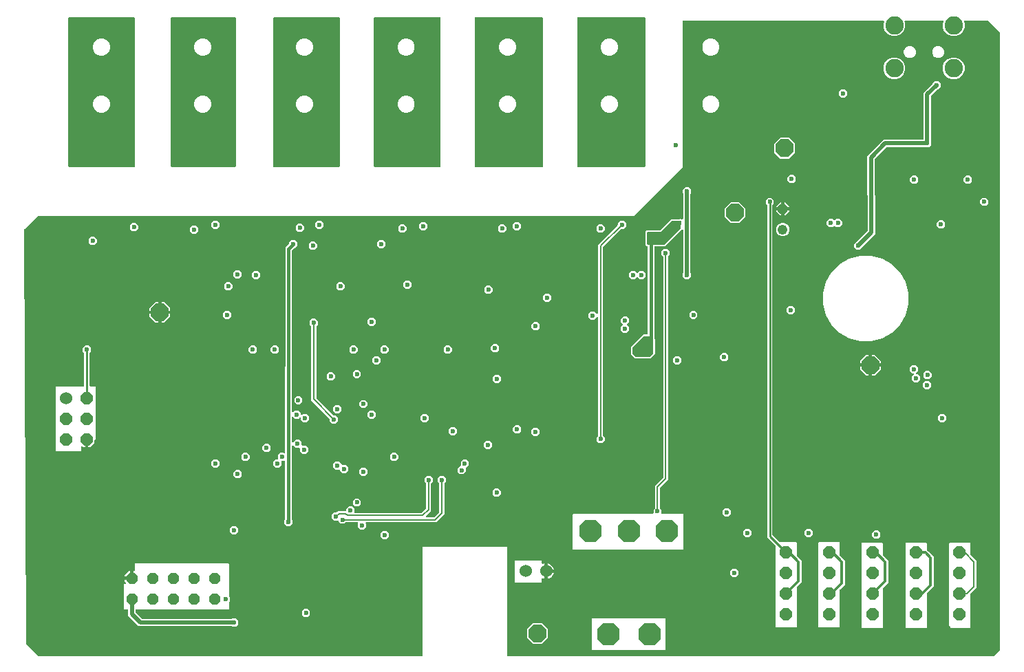
<source format=gbr>
G04 EAGLE Gerber RS-274X export*
G75*
%MOMM*%
%FSLAX34Y34*%
%LPD*%
%INBottom Copper*%
%IPPOS*%
%AMOC8*
5,1,8,0,0,1.08239X$1,22.5*%
G01*
%ADD10P,1.649562X8X112.500000*%
%ADD11C,2.250000*%
%ADD12P,2.336880X8X22.500000*%
%ADD13P,1.484606X8X202.500000*%
%ADD14C,1.524000*%
%ADD15P,1.649562X8X292.500000*%
%ADD16P,2.336880X8X202.500000*%
%ADD17P,1.319650X8X112.500000*%
%ADD18C,1.219200*%
%ADD19P,3.010451X8X112.500000*%
%ADD20C,0.600000*%
%ADD21C,0.508000*%
%ADD22C,0.304800*%
%ADD23C,0.254000*%
%ADD24C,0.203200*%
%ADD25C,0.406400*%

G36*
X512058Y10993D02*
X512058Y10993D01*
X512116Y10991D01*
X512198Y11013D01*
X512282Y11025D01*
X512335Y11049D01*
X512391Y11063D01*
X512464Y11106D01*
X512541Y11141D01*
X512586Y11179D01*
X512636Y11209D01*
X512694Y11270D01*
X512758Y11325D01*
X512790Y11373D01*
X512830Y11416D01*
X512869Y11491D01*
X512916Y11561D01*
X512933Y11617D01*
X512960Y11669D01*
X512971Y11737D01*
X513001Y11832D01*
X513004Y11932D01*
X513015Y12000D01*
X513015Y144985D01*
X616985Y144985D01*
X616985Y12000D01*
X616993Y11942D01*
X616991Y11884D01*
X617013Y11802D01*
X617025Y11719D01*
X617049Y11665D01*
X617063Y11609D01*
X617106Y11536D01*
X617141Y11459D01*
X617179Y11414D01*
X617209Y11364D01*
X617270Y11306D01*
X617325Y11242D01*
X617373Y11210D01*
X617416Y11170D01*
X617491Y11131D01*
X617561Y11085D01*
X617617Y11067D01*
X617669Y11040D01*
X617737Y11029D01*
X617832Y10999D01*
X617932Y10996D01*
X618000Y10985D01*
X1216000Y10985D01*
X1216087Y10997D01*
X1216174Y11000D01*
X1216227Y11017D01*
X1216282Y11025D01*
X1216361Y11060D01*
X1216445Y11087D01*
X1216484Y11115D01*
X1216541Y11141D01*
X1216654Y11237D01*
X1216718Y11282D01*
X1222718Y17282D01*
X1222770Y17352D01*
X1222830Y17416D01*
X1222856Y17465D01*
X1222889Y17509D01*
X1222920Y17591D01*
X1222960Y17669D01*
X1222968Y17717D01*
X1222990Y17775D01*
X1223002Y17923D01*
X1223015Y18000D01*
X1223015Y778000D01*
X1223003Y778087D01*
X1223000Y778174D01*
X1222983Y778227D01*
X1222975Y778282D01*
X1222940Y778361D01*
X1222913Y778445D01*
X1222885Y778484D01*
X1222859Y778541D01*
X1222763Y778654D01*
X1222718Y778718D01*
X1208718Y792718D01*
X1208648Y792770D01*
X1208584Y792830D01*
X1208535Y792856D01*
X1208491Y792889D01*
X1208409Y792920D01*
X1208331Y792960D01*
X1208284Y792968D01*
X1208225Y792990D01*
X1208077Y793002D01*
X1208000Y793015D01*
X1179923Y793015D01*
X1179809Y792999D01*
X1179695Y792989D01*
X1179669Y792979D01*
X1179642Y792975D01*
X1179537Y792928D01*
X1179430Y792887D01*
X1179408Y792871D01*
X1179382Y792859D01*
X1179295Y792785D01*
X1179203Y792716D01*
X1179187Y792693D01*
X1179165Y792676D01*
X1179102Y792580D01*
X1179033Y792488D01*
X1179023Y792462D01*
X1179008Y792439D01*
X1178973Y792329D01*
X1178933Y792222D01*
X1178930Y792194D01*
X1178922Y792168D01*
X1178919Y792053D01*
X1178910Y791939D01*
X1178915Y791914D01*
X1178915Y791884D01*
X1178982Y791627D01*
X1178985Y791611D01*
X1179601Y790126D01*
X1179601Y784834D01*
X1177576Y779946D01*
X1173834Y776204D01*
X1168946Y774179D01*
X1163654Y774179D01*
X1158766Y776204D01*
X1155024Y779946D01*
X1152999Y784834D01*
X1152999Y790126D01*
X1153615Y791611D01*
X1153643Y791723D01*
X1153678Y791832D01*
X1153679Y791860D01*
X1153686Y791887D01*
X1153682Y792001D01*
X1153685Y792116D01*
X1153678Y792143D01*
X1153677Y792171D01*
X1153642Y792280D01*
X1153613Y792391D01*
X1153599Y792415D01*
X1153591Y792442D01*
X1153527Y792537D01*
X1153468Y792636D01*
X1153448Y792655D01*
X1153433Y792678D01*
X1153345Y792752D01*
X1153261Y792830D01*
X1153236Y792843D01*
X1153215Y792861D01*
X1153110Y792908D01*
X1153008Y792960D01*
X1152983Y792964D01*
X1152955Y792976D01*
X1152692Y793013D01*
X1152677Y793015D01*
X1106923Y793015D01*
X1106809Y792999D01*
X1106695Y792989D01*
X1106669Y792979D01*
X1106642Y792975D01*
X1106537Y792928D01*
X1106430Y792887D01*
X1106408Y792871D01*
X1106382Y792859D01*
X1106295Y792785D01*
X1106203Y792716D01*
X1106187Y792693D01*
X1106165Y792676D01*
X1106102Y792580D01*
X1106033Y792488D01*
X1106023Y792462D01*
X1106008Y792439D01*
X1105973Y792329D01*
X1105933Y792222D01*
X1105930Y792194D01*
X1105922Y792168D01*
X1105919Y792053D01*
X1105910Y791939D01*
X1105915Y791914D01*
X1105915Y791884D01*
X1105982Y791627D01*
X1105985Y791611D01*
X1106601Y790126D01*
X1106601Y784834D01*
X1104576Y779946D01*
X1100834Y776204D01*
X1095946Y774179D01*
X1090654Y774179D01*
X1085766Y776204D01*
X1082024Y779946D01*
X1079999Y784834D01*
X1079999Y790126D01*
X1080615Y791611D01*
X1080643Y791723D01*
X1080678Y791832D01*
X1080679Y791860D01*
X1080686Y791887D01*
X1080682Y792001D01*
X1080685Y792116D01*
X1080678Y792143D01*
X1080677Y792171D01*
X1080642Y792280D01*
X1080613Y792391D01*
X1080599Y792415D01*
X1080591Y792442D01*
X1080527Y792537D01*
X1080468Y792636D01*
X1080448Y792655D01*
X1080433Y792678D01*
X1080345Y792752D01*
X1080261Y792830D01*
X1080236Y792843D01*
X1080215Y792861D01*
X1080110Y792908D01*
X1080008Y792960D01*
X1079983Y792964D01*
X1079955Y792976D01*
X1079692Y793013D01*
X1079677Y793015D01*
X834000Y793015D01*
X833942Y793007D01*
X833884Y793009D01*
X833802Y792987D01*
X833719Y792975D01*
X833665Y792952D01*
X833609Y792937D01*
X833536Y792894D01*
X833459Y792859D01*
X833414Y792821D01*
X833364Y792792D01*
X833306Y792730D01*
X833242Y792676D01*
X833210Y792627D01*
X833170Y792584D01*
X833131Y792509D01*
X833085Y792439D01*
X833067Y792383D01*
X833040Y792331D01*
X833029Y792263D01*
X832999Y792168D01*
X832996Y792068D01*
X832985Y792000D01*
X832985Y612421D01*
X773580Y553015D01*
X40000Y553015D01*
X39913Y553003D01*
X39826Y553000D01*
X39773Y552983D01*
X39719Y552975D01*
X39639Y552940D01*
X39555Y552913D01*
X39516Y552885D01*
X39459Y552859D01*
X39346Y552763D01*
X39282Y552718D01*
X23282Y536718D01*
X23229Y536647D01*
X23167Y536581D01*
X23143Y536533D01*
X23111Y536491D01*
X23079Y536407D01*
X23039Y536327D01*
X23031Y536281D01*
X23010Y536225D01*
X22997Y536073D01*
X22985Y535996D01*
X24985Y25996D01*
X24997Y25911D01*
X25000Y25826D01*
X25017Y25772D01*
X25026Y25715D01*
X25061Y25637D01*
X25087Y25555D01*
X25116Y25515D01*
X25143Y25456D01*
X25237Y25346D01*
X25282Y25282D01*
X39282Y11282D01*
X39352Y11230D01*
X39416Y11170D01*
X39465Y11144D01*
X39509Y11111D01*
X39591Y11080D01*
X39669Y11040D01*
X39717Y11032D01*
X39775Y11010D01*
X39923Y10998D01*
X40000Y10985D01*
X512000Y10985D01*
X512058Y10993D01*
G37*
G36*
X660058Y612993D02*
X660058Y612993D01*
X660116Y612991D01*
X660198Y613013D01*
X660282Y613025D01*
X660335Y613049D01*
X660391Y613063D01*
X660464Y613106D01*
X660541Y613141D01*
X660586Y613179D01*
X660636Y613209D01*
X660694Y613270D01*
X660758Y613325D01*
X660790Y613373D01*
X660830Y613416D01*
X660869Y613491D01*
X660916Y613561D01*
X660933Y613617D01*
X660960Y613669D01*
X660971Y613737D01*
X661001Y613832D01*
X661004Y613932D01*
X661015Y614000D01*
X661015Y796000D01*
X661007Y796058D01*
X661009Y796116D01*
X660987Y796198D01*
X660975Y796282D01*
X660952Y796335D01*
X660937Y796391D01*
X660894Y796464D01*
X660859Y796541D01*
X660821Y796586D01*
X660792Y796636D01*
X660730Y796694D01*
X660676Y796758D01*
X660627Y796790D01*
X660584Y796830D01*
X660509Y796869D01*
X660439Y796916D01*
X660383Y796933D01*
X660331Y796960D01*
X660263Y796971D01*
X660168Y797001D01*
X660068Y797004D01*
X660000Y797015D01*
X578000Y797015D01*
X577942Y797007D01*
X577884Y797009D01*
X577802Y796987D01*
X577719Y796975D01*
X577665Y796952D01*
X577609Y796937D01*
X577536Y796894D01*
X577459Y796859D01*
X577414Y796821D01*
X577364Y796792D01*
X577306Y796730D01*
X577242Y796676D01*
X577210Y796627D01*
X577170Y796584D01*
X577131Y796509D01*
X577085Y796439D01*
X577067Y796383D01*
X577040Y796331D01*
X577029Y796263D01*
X576999Y796168D01*
X576996Y796068D01*
X576985Y796000D01*
X576985Y614000D01*
X576993Y613942D01*
X576991Y613884D01*
X577013Y613802D01*
X577025Y613719D01*
X577049Y613665D01*
X577063Y613609D01*
X577106Y613536D01*
X577141Y613459D01*
X577179Y613414D01*
X577209Y613364D01*
X577270Y613306D01*
X577325Y613242D01*
X577373Y613210D01*
X577416Y613170D01*
X577491Y613131D01*
X577561Y613085D01*
X577617Y613067D01*
X577669Y613040D01*
X577737Y613029D01*
X577832Y612999D01*
X577932Y612996D01*
X578000Y612985D01*
X660000Y612985D01*
X660058Y612993D01*
G37*
G36*
X786058Y612993D02*
X786058Y612993D01*
X786116Y612991D01*
X786198Y613013D01*
X786282Y613025D01*
X786335Y613049D01*
X786391Y613063D01*
X786464Y613106D01*
X786541Y613141D01*
X786586Y613179D01*
X786636Y613209D01*
X786694Y613270D01*
X786758Y613325D01*
X786790Y613373D01*
X786830Y613416D01*
X786869Y613491D01*
X786916Y613561D01*
X786933Y613617D01*
X786960Y613669D01*
X786971Y613737D01*
X787001Y613832D01*
X787004Y613932D01*
X787015Y614000D01*
X787015Y796000D01*
X787007Y796058D01*
X787009Y796116D01*
X786987Y796198D01*
X786975Y796282D01*
X786952Y796335D01*
X786937Y796391D01*
X786894Y796464D01*
X786859Y796541D01*
X786821Y796586D01*
X786792Y796636D01*
X786730Y796694D01*
X786676Y796758D01*
X786627Y796790D01*
X786584Y796830D01*
X786509Y796869D01*
X786439Y796916D01*
X786383Y796933D01*
X786331Y796960D01*
X786263Y796971D01*
X786168Y797001D01*
X786068Y797004D01*
X786000Y797015D01*
X704000Y797015D01*
X703942Y797007D01*
X703884Y797009D01*
X703802Y796987D01*
X703719Y796975D01*
X703665Y796952D01*
X703609Y796937D01*
X703536Y796894D01*
X703459Y796859D01*
X703414Y796821D01*
X703364Y796792D01*
X703306Y796730D01*
X703242Y796676D01*
X703210Y796627D01*
X703170Y796584D01*
X703131Y796509D01*
X703085Y796439D01*
X703067Y796383D01*
X703040Y796331D01*
X703029Y796263D01*
X702999Y796168D01*
X702996Y796068D01*
X702985Y796000D01*
X702985Y614000D01*
X702993Y613942D01*
X702991Y613884D01*
X703013Y613802D01*
X703025Y613719D01*
X703049Y613665D01*
X703063Y613609D01*
X703106Y613536D01*
X703141Y613459D01*
X703179Y613414D01*
X703209Y613364D01*
X703270Y613306D01*
X703325Y613242D01*
X703373Y613210D01*
X703416Y613170D01*
X703491Y613131D01*
X703561Y613085D01*
X703617Y613067D01*
X703669Y613040D01*
X703737Y613029D01*
X703832Y612999D01*
X703932Y612996D01*
X704000Y612985D01*
X786000Y612985D01*
X786058Y612993D01*
G37*
G36*
X410058Y612993D02*
X410058Y612993D01*
X410116Y612991D01*
X410198Y613013D01*
X410282Y613025D01*
X410335Y613049D01*
X410391Y613063D01*
X410464Y613106D01*
X410541Y613141D01*
X410586Y613179D01*
X410636Y613209D01*
X410694Y613270D01*
X410758Y613325D01*
X410790Y613373D01*
X410830Y613416D01*
X410869Y613491D01*
X410916Y613561D01*
X410933Y613617D01*
X410960Y613669D01*
X410971Y613737D01*
X411001Y613832D01*
X411004Y613932D01*
X411015Y614000D01*
X411015Y796000D01*
X411007Y796058D01*
X411009Y796116D01*
X410987Y796198D01*
X410975Y796282D01*
X410952Y796335D01*
X410937Y796391D01*
X410894Y796464D01*
X410859Y796541D01*
X410821Y796586D01*
X410792Y796636D01*
X410730Y796694D01*
X410676Y796758D01*
X410627Y796790D01*
X410584Y796830D01*
X410509Y796869D01*
X410439Y796916D01*
X410383Y796933D01*
X410331Y796960D01*
X410263Y796971D01*
X410168Y797001D01*
X410068Y797004D01*
X410000Y797015D01*
X330000Y797015D01*
X329942Y797007D01*
X329884Y797009D01*
X329802Y796987D01*
X329719Y796975D01*
X329665Y796952D01*
X329609Y796937D01*
X329536Y796894D01*
X329459Y796859D01*
X329414Y796821D01*
X329364Y796792D01*
X329306Y796730D01*
X329242Y796676D01*
X329210Y796627D01*
X329170Y796584D01*
X329131Y796509D01*
X329085Y796439D01*
X329067Y796383D01*
X329040Y796331D01*
X329029Y796263D01*
X328999Y796168D01*
X328996Y796068D01*
X328985Y796000D01*
X328985Y614000D01*
X328993Y613942D01*
X328991Y613884D01*
X329013Y613802D01*
X329025Y613719D01*
X329049Y613665D01*
X329063Y613609D01*
X329106Y613536D01*
X329141Y613459D01*
X329179Y613414D01*
X329209Y613364D01*
X329270Y613306D01*
X329325Y613242D01*
X329373Y613210D01*
X329416Y613170D01*
X329491Y613131D01*
X329561Y613085D01*
X329617Y613067D01*
X329669Y613040D01*
X329737Y613029D01*
X329832Y612999D01*
X329932Y612996D01*
X330000Y612985D01*
X410000Y612985D01*
X410058Y612993D01*
G37*
G36*
X158058Y612993D02*
X158058Y612993D01*
X158116Y612991D01*
X158198Y613013D01*
X158282Y613025D01*
X158335Y613049D01*
X158391Y613063D01*
X158464Y613106D01*
X158541Y613141D01*
X158586Y613179D01*
X158636Y613209D01*
X158694Y613270D01*
X158758Y613325D01*
X158790Y613373D01*
X158830Y613416D01*
X158869Y613491D01*
X158916Y613561D01*
X158933Y613617D01*
X158960Y613669D01*
X158971Y613737D01*
X159001Y613832D01*
X159004Y613932D01*
X159015Y614000D01*
X159015Y796000D01*
X159007Y796058D01*
X159009Y796116D01*
X158987Y796198D01*
X158975Y796282D01*
X158952Y796335D01*
X158937Y796391D01*
X158894Y796464D01*
X158859Y796541D01*
X158821Y796586D01*
X158792Y796636D01*
X158730Y796694D01*
X158676Y796758D01*
X158627Y796790D01*
X158584Y796830D01*
X158509Y796869D01*
X158439Y796916D01*
X158383Y796933D01*
X158331Y796960D01*
X158263Y796971D01*
X158168Y797001D01*
X158068Y797004D01*
X158000Y797015D01*
X78000Y797015D01*
X77942Y797007D01*
X77884Y797009D01*
X77802Y796987D01*
X77719Y796975D01*
X77665Y796952D01*
X77609Y796937D01*
X77536Y796894D01*
X77459Y796859D01*
X77414Y796821D01*
X77364Y796792D01*
X77306Y796730D01*
X77242Y796676D01*
X77210Y796627D01*
X77170Y796584D01*
X77131Y796509D01*
X77085Y796439D01*
X77067Y796383D01*
X77040Y796331D01*
X77029Y796263D01*
X76999Y796168D01*
X76996Y796068D01*
X76985Y796000D01*
X76985Y614000D01*
X76993Y613942D01*
X76991Y613884D01*
X77013Y613802D01*
X77025Y613719D01*
X77049Y613665D01*
X77063Y613609D01*
X77106Y613536D01*
X77141Y613459D01*
X77179Y613414D01*
X77209Y613364D01*
X77270Y613306D01*
X77325Y613242D01*
X77373Y613210D01*
X77416Y613170D01*
X77491Y613131D01*
X77561Y613085D01*
X77617Y613067D01*
X77669Y613040D01*
X77737Y613029D01*
X77832Y612999D01*
X77932Y612996D01*
X78000Y612985D01*
X158000Y612985D01*
X158058Y612993D01*
G37*
G36*
X534058Y612993D02*
X534058Y612993D01*
X534116Y612991D01*
X534198Y613013D01*
X534282Y613025D01*
X534335Y613049D01*
X534391Y613063D01*
X534464Y613106D01*
X534541Y613141D01*
X534586Y613179D01*
X534636Y613209D01*
X534694Y613270D01*
X534758Y613325D01*
X534790Y613373D01*
X534830Y613416D01*
X534869Y613491D01*
X534916Y613561D01*
X534933Y613617D01*
X534960Y613669D01*
X534971Y613737D01*
X535001Y613832D01*
X535004Y613932D01*
X535015Y614000D01*
X535015Y796000D01*
X535007Y796058D01*
X535009Y796116D01*
X534987Y796198D01*
X534975Y796282D01*
X534952Y796335D01*
X534937Y796391D01*
X534894Y796464D01*
X534859Y796541D01*
X534821Y796586D01*
X534792Y796636D01*
X534730Y796694D01*
X534676Y796758D01*
X534627Y796790D01*
X534584Y796830D01*
X534509Y796869D01*
X534439Y796916D01*
X534383Y796933D01*
X534331Y796960D01*
X534263Y796971D01*
X534168Y797001D01*
X534068Y797004D01*
X534000Y797015D01*
X454000Y797015D01*
X453942Y797007D01*
X453884Y797009D01*
X453802Y796987D01*
X453719Y796975D01*
X453665Y796952D01*
X453609Y796937D01*
X453536Y796894D01*
X453459Y796859D01*
X453414Y796821D01*
X453364Y796792D01*
X453306Y796730D01*
X453242Y796676D01*
X453210Y796627D01*
X453170Y796584D01*
X453131Y796509D01*
X453085Y796439D01*
X453067Y796383D01*
X453040Y796331D01*
X453029Y796263D01*
X452999Y796168D01*
X452996Y796068D01*
X452985Y796000D01*
X452985Y614000D01*
X452993Y613942D01*
X452991Y613884D01*
X453013Y613802D01*
X453025Y613719D01*
X453049Y613665D01*
X453063Y613609D01*
X453106Y613536D01*
X453141Y613459D01*
X453179Y613414D01*
X453209Y613364D01*
X453270Y613306D01*
X453325Y613242D01*
X453373Y613210D01*
X453416Y613170D01*
X453491Y613131D01*
X453561Y613085D01*
X453617Y613067D01*
X453669Y613040D01*
X453737Y613029D01*
X453832Y612999D01*
X453932Y612996D01*
X454000Y612985D01*
X534000Y612985D01*
X534058Y612993D01*
G37*
G36*
X282058Y612993D02*
X282058Y612993D01*
X282116Y612991D01*
X282198Y613013D01*
X282282Y613025D01*
X282335Y613049D01*
X282391Y613063D01*
X282464Y613106D01*
X282541Y613141D01*
X282586Y613179D01*
X282636Y613209D01*
X282694Y613270D01*
X282758Y613325D01*
X282790Y613373D01*
X282830Y613416D01*
X282869Y613491D01*
X282916Y613561D01*
X282933Y613617D01*
X282960Y613669D01*
X282971Y613737D01*
X283001Y613832D01*
X283004Y613932D01*
X283015Y614000D01*
X283015Y796000D01*
X283007Y796058D01*
X283009Y796116D01*
X282987Y796198D01*
X282975Y796282D01*
X282952Y796335D01*
X282937Y796391D01*
X282894Y796464D01*
X282859Y796541D01*
X282821Y796586D01*
X282792Y796636D01*
X282730Y796694D01*
X282676Y796758D01*
X282627Y796790D01*
X282584Y796830D01*
X282509Y796869D01*
X282439Y796916D01*
X282383Y796933D01*
X282331Y796960D01*
X282263Y796971D01*
X282168Y797001D01*
X282068Y797004D01*
X282000Y797015D01*
X204000Y797015D01*
X203942Y797007D01*
X203884Y797009D01*
X203802Y796987D01*
X203719Y796975D01*
X203665Y796952D01*
X203609Y796937D01*
X203536Y796894D01*
X203459Y796859D01*
X203414Y796821D01*
X203364Y796792D01*
X203306Y796730D01*
X203242Y796676D01*
X203210Y796627D01*
X203170Y796584D01*
X203131Y796509D01*
X203085Y796439D01*
X203067Y796383D01*
X203040Y796331D01*
X203029Y796263D01*
X202999Y796168D01*
X202996Y796068D01*
X202985Y796000D01*
X202985Y614000D01*
X202993Y613942D01*
X202991Y613884D01*
X203013Y613802D01*
X203025Y613719D01*
X203049Y613665D01*
X203063Y613609D01*
X203106Y613536D01*
X203141Y613459D01*
X203179Y613414D01*
X203209Y613364D01*
X203270Y613306D01*
X203325Y613242D01*
X203373Y613210D01*
X203416Y613170D01*
X203491Y613131D01*
X203561Y613085D01*
X203617Y613067D01*
X203669Y613040D01*
X203737Y613029D01*
X203832Y612999D01*
X203932Y612996D01*
X204000Y612985D01*
X282000Y612985D01*
X282058Y612993D01*
G37*
%LPC*%
G36*
X1051088Y398499D02*
X1051088Y398499D01*
X1037735Y402077D01*
X1025764Y408989D01*
X1015989Y418764D01*
X1009077Y430735D01*
X1005499Y444088D01*
X1005499Y457912D01*
X1009077Y471265D01*
X1015989Y483236D01*
X1025764Y493011D01*
X1037735Y499923D01*
X1051088Y503501D01*
X1064912Y503501D01*
X1078265Y499923D01*
X1090236Y493011D01*
X1100011Y483236D01*
X1106923Y471265D01*
X1110501Y457912D01*
X1110501Y444088D01*
X1106923Y430735D01*
X1100011Y418764D01*
X1090236Y408989D01*
X1078265Y402077D01*
X1064912Y398499D01*
X1051088Y398499D01*
G37*
%LPD*%
%LPC*%
G36*
X279060Y47065D02*
X279060Y47065D01*
X278713Y47412D01*
X278643Y47464D01*
X278579Y47524D01*
X278530Y47550D01*
X278486Y47583D01*
X278404Y47614D01*
X278326Y47654D01*
X278279Y47662D01*
X278220Y47684D01*
X278073Y47696D01*
X277995Y47709D01*
X163428Y47709D01*
X150739Y60398D01*
X150739Y67464D01*
X150731Y67522D01*
X150733Y67580D01*
X150711Y67662D01*
X150699Y67746D01*
X150676Y67799D01*
X150661Y67855D01*
X150618Y67928D01*
X150583Y68005D01*
X150545Y68050D01*
X150516Y68100D01*
X150454Y68158D01*
X150400Y68222D01*
X150351Y68254D01*
X150308Y68294D01*
X150233Y68333D01*
X150163Y68380D01*
X150107Y68397D01*
X150055Y68424D01*
X149987Y68435D01*
X149892Y68465D01*
X149792Y68468D01*
X149724Y68479D01*
X145909Y68479D01*
X145611Y68777D01*
X145611Y99679D01*
X145909Y99977D01*
X147074Y99977D01*
X147103Y99981D01*
X147132Y99978D01*
X147243Y100001D01*
X147356Y100017D01*
X147382Y100029D01*
X147411Y100034D01*
X147512Y100087D01*
X147615Y100133D01*
X147637Y100152D01*
X147663Y100165D01*
X147746Y100243D01*
X147832Y100316D01*
X147848Y100341D01*
X147870Y100361D01*
X147927Y100459D01*
X147990Y100553D01*
X147999Y100581D01*
X148013Y100606D01*
X148041Y100716D01*
X148075Y100824D01*
X148076Y100854D01*
X148083Y100882D01*
X148080Y100995D01*
X148083Y101108D01*
X148075Y101137D01*
X148074Y101166D01*
X148039Y101274D01*
X148011Y101383D01*
X147996Y101409D01*
X147987Y101437D01*
X147941Y101501D01*
X147866Y101628D01*
X147820Y101671D01*
X147792Y101710D01*
X146471Y103031D01*
X146471Y104669D01*
X154314Y104669D01*
X154372Y104677D01*
X154430Y104675D01*
X154512Y104697D01*
X154595Y104709D01*
X154649Y104733D01*
X154705Y104747D01*
X154778Y104790D01*
X154855Y104825D01*
X154899Y104863D01*
X154950Y104893D01*
X155007Y104954D01*
X155072Y105009D01*
X155104Y105057D01*
X155144Y105100D01*
X155183Y105175D01*
X155229Y105245D01*
X155247Y105301D01*
X155274Y105353D01*
X155285Y105421D01*
X155315Y105516D01*
X155318Y105616D01*
X155329Y105684D01*
X155329Y106701D01*
X156346Y106701D01*
X156404Y106709D01*
X156462Y106708D01*
X156544Y106729D01*
X156627Y106741D01*
X156681Y106765D01*
X156737Y106779D01*
X156810Y106822D01*
X156887Y106857D01*
X156932Y106895D01*
X156982Y106925D01*
X157040Y106986D01*
X157104Y107041D01*
X157136Y107089D01*
X157176Y107132D01*
X157215Y107207D01*
X157261Y107277D01*
X157279Y107333D01*
X157306Y107385D01*
X157317Y107453D01*
X157347Y107548D01*
X157350Y107648D01*
X157361Y107716D01*
X157361Y115559D01*
X157957Y115559D01*
X158037Y115570D01*
X158118Y115572D01*
X158177Y115590D01*
X158238Y115599D01*
X158312Y115632D01*
X158389Y115656D01*
X158441Y115690D01*
X158498Y115715D01*
X158559Y115767D01*
X158627Y115811D01*
X158667Y115858D01*
X158715Y115898D01*
X158759Y115966D01*
X158812Y116027D01*
X158838Y116083D01*
X158872Y116135D01*
X158897Y116212D01*
X158930Y116286D01*
X158937Y116339D01*
X158958Y116406D01*
X158961Y116541D01*
X158971Y116619D01*
X158661Y123586D01*
X158649Y123650D01*
X158647Y123716D01*
X158634Y123755D01*
X158634Y124166D01*
X158631Y124191D01*
X158633Y124211D01*
X158625Y124401D01*
X158760Y124536D01*
X158775Y124556D01*
X158791Y124568D01*
X158919Y124709D01*
X159109Y124709D01*
X159134Y124712D01*
X159154Y124710D01*
X159547Y124727D01*
X159554Y124725D01*
X159663Y124721D01*
X159735Y124709D01*
X274267Y124709D01*
X274565Y124411D01*
X274565Y84999D01*
X274577Y84912D01*
X274580Y84825D01*
X274597Y84772D01*
X274605Y84717D01*
X274640Y84637D01*
X274667Y84554D01*
X274695Y84515D01*
X274721Y84458D01*
X274817Y84345D01*
X274862Y84281D01*
X276051Y83092D01*
X276051Y78908D01*
X274862Y77719D01*
X274810Y77649D01*
X274750Y77586D01*
X274724Y77536D01*
X274691Y77492D01*
X274660Y77410D01*
X274620Y77332D01*
X274612Y77285D01*
X274590Y77226D01*
X274585Y77163D01*
X274579Y77144D01*
X274577Y77074D01*
X274565Y77001D01*
X274565Y68777D01*
X274267Y68479D01*
X160936Y68479D01*
X160878Y68471D01*
X160820Y68473D01*
X160738Y68451D01*
X160654Y68439D01*
X160601Y68416D01*
X160545Y68401D01*
X160472Y68358D01*
X160395Y68323D01*
X160350Y68285D01*
X160300Y68256D01*
X160242Y68194D01*
X160178Y68140D01*
X160146Y68091D01*
X160106Y68048D01*
X160067Y67973D01*
X160020Y67903D01*
X160003Y67847D01*
X159976Y67795D01*
X159965Y67727D01*
X159935Y67632D01*
X159932Y67532D01*
X159921Y67464D01*
X159921Y64622D01*
X159933Y64535D01*
X159936Y64448D01*
X159953Y64395D01*
X159961Y64341D01*
X159996Y64261D01*
X160023Y64178D01*
X160051Y64138D01*
X160077Y64081D01*
X160173Y63968D01*
X160218Y63904D01*
X166934Y57188D01*
X167004Y57136D01*
X167068Y57076D01*
X167117Y57050D01*
X167161Y57017D01*
X167243Y56986D01*
X167321Y56946D01*
X167369Y56938D01*
X167427Y56916D01*
X167575Y56904D01*
X167652Y56891D01*
X278364Y56891D01*
X278450Y56903D01*
X278538Y56906D01*
X278590Y56923D01*
X278645Y56931D01*
X278725Y56966D01*
X278808Y56993D01*
X278847Y57021D01*
X278904Y57047D01*
X279018Y57143D01*
X279051Y57167D01*
X283244Y57167D01*
X286203Y54208D01*
X286203Y50024D01*
X283244Y47065D01*
X279060Y47065D01*
G37*
%LPD*%
%LPC*%
G36*
X698068Y142197D02*
X698068Y142197D01*
X697621Y142644D01*
X697621Y185212D01*
X698068Y185659D01*
X795886Y185659D01*
X795944Y185667D01*
X796002Y185665D01*
X796084Y185687D01*
X796168Y185699D01*
X796221Y185722D01*
X796277Y185737D01*
X796350Y185780D01*
X796427Y185815D01*
X796472Y185853D01*
X796522Y185882D01*
X796580Y185944D01*
X796644Y185998D01*
X796676Y186047D01*
X796716Y186090D01*
X796755Y186165D01*
X796802Y186235D01*
X796819Y186291D01*
X796846Y186343D01*
X796857Y186411D01*
X796887Y186506D01*
X796890Y186606D01*
X796901Y186674D01*
X796901Y191092D01*
X798588Y192779D01*
X798640Y192848D01*
X798700Y192912D01*
X798726Y192962D01*
X798759Y193006D01*
X798790Y193088D01*
X798830Y193166D01*
X798838Y193213D01*
X798860Y193272D01*
X798872Y193419D01*
X798885Y193497D01*
X798885Y220270D01*
X808636Y230021D01*
X808688Y230091D01*
X808748Y230155D01*
X808774Y230204D01*
X808807Y230248D01*
X808838Y230330D01*
X808878Y230408D01*
X808886Y230455D01*
X808908Y230514D01*
X808920Y230661D01*
X808933Y230739D01*
X808933Y502503D01*
X808921Y502590D01*
X808918Y502677D01*
X808901Y502730D01*
X808893Y502785D01*
X808858Y502865D01*
X808831Y502948D01*
X808803Y502987D01*
X808777Y503044D01*
X808681Y503157D01*
X808636Y503221D01*
X806949Y504908D01*
X806949Y509092D01*
X809908Y512051D01*
X814092Y512051D01*
X817051Y509092D01*
X817051Y504908D01*
X815364Y503221D01*
X815312Y503151D01*
X815252Y503088D01*
X815226Y503038D01*
X815193Y502994D01*
X815162Y502912D01*
X815122Y502834D01*
X815114Y502787D01*
X815092Y502728D01*
X815080Y502581D01*
X815067Y502503D01*
X815067Y227778D01*
X805316Y218027D01*
X805264Y217957D01*
X805204Y217893D01*
X805178Y217844D01*
X805145Y217800D01*
X805114Y217718D01*
X805074Y217640D01*
X805066Y217593D01*
X805044Y217534D01*
X805032Y217387D01*
X805019Y217309D01*
X805019Y193497D01*
X805031Y193410D01*
X805034Y193323D01*
X805051Y193270D01*
X805059Y193215D01*
X805094Y193135D01*
X805121Y193052D01*
X805149Y193013D01*
X805175Y192956D01*
X805271Y192842D01*
X805316Y192779D01*
X807003Y191092D01*
X807003Y186674D01*
X807011Y186616D01*
X807009Y186558D01*
X807031Y186476D01*
X807043Y186392D01*
X807066Y186339D01*
X807081Y186283D01*
X807124Y186210D01*
X807159Y186133D01*
X807197Y186088D01*
X807226Y186038D01*
X807288Y185980D01*
X807342Y185916D01*
X807391Y185884D01*
X807434Y185844D01*
X807509Y185805D01*
X807579Y185758D01*
X807635Y185741D01*
X807687Y185714D01*
X807755Y185703D01*
X807850Y185673D01*
X807950Y185670D01*
X808018Y185659D01*
X833596Y185659D01*
X834043Y185212D01*
X834043Y142644D01*
X833596Y142197D01*
X698068Y142197D01*
G37*
%LPD*%
%LPC*%
G36*
X947496Y45997D02*
X947496Y45997D01*
X947049Y46444D01*
X947049Y146264D01*
X947037Y146351D01*
X947034Y146438D01*
X947017Y146491D01*
X947009Y146545D01*
X946974Y146625D01*
X946947Y146708D01*
X946919Y146748D01*
X946893Y146805D01*
X946797Y146918D01*
X946752Y146982D01*
X936679Y157054D01*
X936679Y565757D01*
X936667Y565844D01*
X936664Y565931D01*
X936647Y565984D01*
X936639Y566039D01*
X936604Y566119D01*
X936577Y566202D01*
X936549Y566241D01*
X936523Y566298D01*
X936427Y566412D01*
X936382Y566475D01*
X934949Y567908D01*
X934949Y572092D01*
X937908Y575051D01*
X942092Y575051D01*
X945051Y572092D01*
X945051Y567908D01*
X943618Y566475D01*
X943566Y566406D01*
X943506Y566342D01*
X943480Y566292D01*
X943447Y566248D01*
X943416Y566166D01*
X943376Y566088D01*
X943368Y566041D01*
X943346Y565982D01*
X943334Y565835D01*
X943321Y565757D01*
X943321Y160226D01*
X943329Y160168D01*
X943327Y160110D01*
X943335Y160082D01*
X943336Y160052D01*
X943353Y159999D01*
X943361Y159945D01*
X943385Y159891D01*
X943399Y159835D01*
X943414Y159810D01*
X943423Y159782D01*
X943451Y159742D01*
X943477Y159685D01*
X943516Y159639D01*
X943544Y159591D01*
X943589Y159549D01*
X943618Y159508D01*
X951934Y151192D01*
X952004Y151140D01*
X952068Y151080D01*
X952117Y151054D01*
X952161Y151021D01*
X952243Y150990D01*
X952321Y150950D01*
X952369Y150942D01*
X952427Y150920D01*
X952575Y150908D01*
X952652Y150895D01*
X972788Y150895D01*
X973235Y150448D01*
X973235Y134601D01*
X973247Y134515D01*
X973250Y134427D01*
X973267Y134375D01*
X973275Y134320D01*
X973310Y134240D01*
X973337Y134157D01*
X973365Y134117D01*
X973391Y134060D01*
X973487Y133947D01*
X973532Y133883D01*
X976543Y130872D01*
X978935Y128481D01*
X978935Y101389D01*
X973532Y95987D01*
X973480Y95917D01*
X973420Y95853D01*
X973394Y95804D01*
X973361Y95759D01*
X973335Y95689D01*
X973334Y95689D01*
X973330Y95678D01*
X973290Y95600D01*
X973282Y95552D01*
X973260Y95494D01*
X973255Y95440D01*
X973249Y95418D01*
X973247Y95340D01*
X973235Y95269D01*
X973235Y46444D01*
X972788Y45997D01*
X947496Y45997D01*
G37*
%LPD*%
%LPC*%
G36*
X61684Y263237D02*
X61684Y263237D01*
X61237Y263684D01*
X61237Y342316D01*
X61684Y342763D01*
X95664Y342763D01*
X95722Y342771D01*
X95780Y342769D01*
X95862Y342791D01*
X95946Y342803D01*
X95999Y342826D01*
X96055Y342841D01*
X96128Y342884D01*
X96205Y342919D01*
X96250Y342957D01*
X96300Y342986D01*
X96358Y343048D01*
X96422Y343102D01*
X96454Y343151D01*
X96494Y343194D01*
X96533Y343269D01*
X96580Y343339D01*
X96597Y343395D01*
X96624Y343447D01*
X96635Y343515D01*
X96665Y343610D01*
X96668Y343710D01*
X96679Y343778D01*
X96679Y383757D01*
X96667Y383844D01*
X96664Y383931D01*
X96647Y383984D01*
X96639Y384039D01*
X96604Y384119D01*
X96577Y384202D01*
X96549Y384241D01*
X96523Y384298D01*
X96427Y384412D01*
X96382Y384475D01*
X94949Y385908D01*
X94949Y390092D01*
X97908Y393051D01*
X102092Y393051D01*
X105051Y390092D01*
X105051Y385908D01*
X103618Y384475D01*
X103566Y384406D01*
X103506Y384342D01*
X103480Y384292D01*
X103447Y384248D01*
X103416Y384166D01*
X103376Y384088D01*
X103368Y384041D01*
X103346Y383982D01*
X103334Y383835D01*
X103321Y383757D01*
X103321Y343778D01*
X103329Y343720D01*
X103327Y343662D01*
X103349Y343580D01*
X103361Y343496D01*
X103384Y343443D01*
X103399Y343387D01*
X103442Y343314D01*
X103477Y343237D01*
X103515Y343192D01*
X103544Y343142D01*
X103606Y343084D01*
X103660Y343020D01*
X103709Y342988D01*
X103752Y342948D01*
X103827Y342909D01*
X103897Y342862D01*
X103953Y342845D01*
X104005Y342818D01*
X104073Y342807D01*
X104168Y342777D01*
X104268Y342774D01*
X104336Y342763D01*
X110316Y342763D01*
X110763Y342316D01*
X110763Y277556D01*
X110313Y277106D01*
X110278Y277101D01*
X110220Y277103D01*
X110138Y277081D01*
X110054Y277069D01*
X110001Y277046D01*
X109945Y277031D01*
X109872Y276988D01*
X109795Y276953D01*
X109750Y276915D01*
X109700Y276886D01*
X109642Y276824D01*
X109578Y276770D01*
X109546Y276721D01*
X109506Y276678D01*
X109467Y276603D01*
X109420Y276533D01*
X109403Y276477D01*
X109376Y276425D01*
X109365Y276357D01*
X109335Y276262D01*
X109332Y276162D01*
X109321Y276094D01*
X109321Y273615D01*
X103685Y267979D01*
X101731Y267979D01*
X101731Y276094D01*
X101723Y276152D01*
X101725Y276210D01*
X101703Y276292D01*
X101691Y276376D01*
X101667Y276429D01*
X101653Y276485D01*
X101610Y276558D01*
X101575Y276635D01*
X101537Y276680D01*
X101507Y276730D01*
X101446Y276788D01*
X101391Y276852D01*
X101343Y276884D01*
X101300Y276924D01*
X101225Y276963D01*
X101155Y277010D01*
X101099Y277027D01*
X101047Y277054D01*
X100979Y277065D01*
X100884Y277095D01*
X100784Y277098D01*
X100716Y277109D01*
X98684Y277109D01*
X98626Y277101D01*
X98568Y277103D01*
X98486Y277081D01*
X98403Y277069D01*
X98349Y277046D01*
X98293Y277031D01*
X98220Y276988D01*
X98143Y276953D01*
X98098Y276915D01*
X98048Y276886D01*
X97990Y276824D01*
X97926Y276770D01*
X97894Y276721D01*
X97854Y276678D01*
X97815Y276603D01*
X97769Y276533D01*
X97751Y276477D01*
X97724Y276425D01*
X97713Y276357D01*
X97683Y276262D01*
X97680Y276162D01*
X97669Y276094D01*
X97669Y267979D01*
X95715Y267979D01*
X94496Y269198D01*
X94472Y269216D01*
X94453Y269238D01*
X94359Y269301D01*
X94269Y269369D01*
X94241Y269380D01*
X94217Y269396D01*
X94109Y269430D01*
X94003Y269470D01*
X93974Y269473D01*
X93946Y269482D01*
X93832Y269485D01*
X93720Y269494D01*
X93691Y269488D01*
X93662Y269489D01*
X93552Y269460D01*
X93441Y269438D01*
X93415Y269425D01*
X93387Y269417D01*
X93289Y269360D01*
X93189Y269307D01*
X93167Y269287D01*
X93142Y269272D01*
X93065Y269190D01*
X92983Y269111D01*
X92968Y269086D01*
X92948Y269065D01*
X92896Y268964D01*
X92839Y268866D01*
X92832Y268838D01*
X92818Y268812D01*
X92805Y268734D01*
X92769Y268591D01*
X92771Y268528D01*
X92763Y268480D01*
X92763Y263684D01*
X92316Y263237D01*
X61684Y263237D01*
G37*
%LPD*%
%LPC*%
G36*
X774835Y377187D02*
X774835Y377187D01*
X769187Y382835D01*
X769187Y391165D01*
X784835Y406813D01*
X788902Y406813D01*
X788960Y406821D01*
X789018Y406819D01*
X789100Y406841D01*
X789184Y406853D01*
X789237Y406876D01*
X789293Y406891D01*
X789366Y406934D01*
X789443Y406969D01*
X789488Y407007D01*
X789538Y407036D01*
X789596Y407098D01*
X789660Y407152D01*
X789692Y407201D01*
X789732Y407244D01*
X789771Y407319D01*
X789818Y407389D01*
X789835Y407445D01*
X789862Y407497D01*
X789873Y407565D01*
X789903Y407660D01*
X789906Y407760D01*
X789917Y407828D01*
X789917Y514144D01*
X789907Y514215D01*
X789907Y514286D01*
X789887Y514355D01*
X789877Y514426D01*
X789848Y514491D01*
X789828Y514559D01*
X789790Y514620D01*
X789761Y514685D01*
X789715Y514739D01*
X789677Y514800D01*
X789624Y514848D01*
X789578Y514902D01*
X789518Y514942D01*
X789465Y514989D01*
X789400Y515020D01*
X789341Y515060D01*
X789273Y515081D01*
X789208Y515112D01*
X789149Y515120D01*
X789070Y515145D01*
X788951Y515148D01*
X788876Y515159D01*
X788814Y515157D01*
X787995Y515977D01*
X787983Y515985D01*
X787976Y515995D01*
X787136Y516793D01*
X787136Y517951D01*
X787134Y517965D01*
X787136Y517977D01*
X786819Y530400D01*
X786807Y530474D01*
X786804Y530549D01*
X786783Y530613D01*
X786779Y530638D01*
X786779Y531951D01*
X786777Y531966D01*
X786779Y531977D01*
X786749Y533135D01*
X787568Y533954D01*
X787577Y533966D01*
X787587Y533973D01*
X788384Y534813D01*
X789543Y534813D01*
X789557Y534815D01*
X789569Y534813D01*
X790881Y534847D01*
X790920Y534833D01*
X791045Y534825D01*
X791120Y534813D01*
X804414Y534813D01*
X804501Y534825D01*
X804588Y534828D01*
X804641Y534845D01*
X804696Y534853D01*
X804776Y534888D01*
X804859Y534915D01*
X804898Y534943D01*
X804955Y534969D01*
X805069Y535065D01*
X805132Y535110D01*
X818835Y548813D01*
X829102Y548813D01*
X829133Y548817D01*
X829164Y548815D01*
X829273Y548837D01*
X829383Y548853D01*
X829412Y548865D01*
X829443Y548872D01*
X829511Y548910D01*
X829554Y548929D01*
X830544Y548819D01*
X830608Y548821D01*
X830656Y548813D01*
X831651Y548813D01*
X831711Y548768D01*
X831740Y548756D01*
X831767Y548739D01*
X831842Y548718D01*
X831977Y548666D01*
X832042Y548661D01*
X832090Y548647D01*
X832282Y548626D01*
X832396Y548629D01*
X832510Y548626D01*
X832538Y548634D01*
X832566Y548634D01*
X832675Y548669D01*
X832785Y548698D01*
X832810Y548713D01*
X832837Y548721D01*
X832931Y548785D01*
X833030Y548843D01*
X833049Y548864D01*
X833073Y548880D01*
X833146Y548967D01*
X833224Y549051D01*
X833237Y549076D01*
X833255Y549098D01*
X833302Y549202D01*
X833354Y549304D01*
X833358Y549329D01*
X833371Y549357D01*
X833406Y549616D01*
X833409Y549635D01*
X833409Y580033D01*
X833397Y580120D01*
X833394Y580207D01*
X833377Y580260D01*
X833369Y580315D01*
X833334Y580395D01*
X833307Y580478D01*
X833279Y580517D01*
X833253Y580574D01*
X833157Y580688D01*
X833112Y580751D01*
X832949Y580914D01*
X832949Y585098D01*
X835908Y588057D01*
X840092Y588057D01*
X843051Y585098D01*
X843051Y580914D01*
X842888Y580751D01*
X842836Y580682D01*
X842776Y580618D01*
X842750Y580568D01*
X842717Y580524D01*
X842686Y580442D01*
X842646Y580364D01*
X842638Y580317D01*
X842616Y580258D01*
X842604Y580111D01*
X842591Y580033D01*
X842591Y482973D01*
X842603Y482886D01*
X842606Y482799D01*
X842623Y482746D01*
X842631Y482691D01*
X842666Y482611D01*
X842693Y482528D01*
X842721Y482489D01*
X842747Y482432D01*
X842843Y482318D01*
X842888Y482255D01*
X843051Y482092D01*
X843051Y477908D01*
X840092Y474949D01*
X835908Y474949D01*
X832949Y477908D01*
X832949Y482092D01*
X833112Y482255D01*
X833164Y482324D01*
X833224Y482388D01*
X833250Y482438D01*
X833283Y482482D01*
X833314Y482564D01*
X833354Y482642D01*
X833362Y482689D01*
X833384Y482748D01*
X833396Y482895D01*
X833409Y482973D01*
X833409Y534913D01*
X833402Y534962D01*
X833403Y534970D01*
X833400Y534982D01*
X833393Y535027D01*
X833383Y535142D01*
X833373Y535168D01*
X833369Y535195D01*
X833322Y535300D01*
X833281Y535407D01*
X833264Y535429D01*
X833253Y535454D01*
X833179Y535542D01*
X833109Y535634D01*
X833087Y535650D01*
X833070Y535671D01*
X832974Y535735D01*
X832881Y535804D01*
X832856Y535813D01*
X832833Y535829D01*
X832723Y535863D01*
X832615Y535904D01*
X832588Y535906D01*
X832562Y535914D01*
X832446Y535917D01*
X832331Y535926D01*
X832305Y535921D01*
X832278Y535922D01*
X832166Y535892D01*
X832053Y535869D01*
X832032Y535857D01*
X832003Y535850D01*
X831769Y535711D01*
X831760Y535706D01*
X831423Y535436D01*
X831379Y535390D01*
X831339Y535361D01*
X813110Y517132D01*
X811165Y515187D01*
X799098Y515187D01*
X799040Y515179D01*
X798982Y515181D01*
X798900Y515159D01*
X798816Y515147D01*
X798763Y515124D01*
X798707Y515109D01*
X798634Y515066D01*
X798557Y515031D01*
X798512Y514993D01*
X798462Y514964D01*
X798404Y514902D01*
X798340Y514848D01*
X798308Y514799D01*
X798268Y514756D01*
X798229Y514681D01*
X798182Y514611D01*
X798165Y514555D01*
X798138Y514503D01*
X798127Y514435D01*
X798097Y514340D01*
X798094Y514240D01*
X798083Y514172D01*
X798083Y402316D01*
X798095Y402229D01*
X798098Y402142D01*
X798115Y402089D01*
X798123Y402034D01*
X798158Y401954D01*
X798185Y401871D01*
X798213Y401832D01*
X798239Y401775D01*
X798335Y401661D01*
X798380Y401598D01*
X798813Y401165D01*
X798813Y382835D01*
X793165Y377187D01*
X774835Y377187D01*
G37*
%LPD*%
%LPC*%
G36*
X721436Y18341D02*
X721436Y18341D01*
X720989Y18788D01*
X720989Y57164D01*
X721436Y57611D01*
X811596Y57611D01*
X812043Y57164D01*
X812043Y18788D01*
X811596Y18341D01*
X721436Y18341D01*
G37*
%LPD*%
%LPC*%
G36*
X345908Y170949D02*
X345908Y170949D01*
X342949Y173908D01*
X342949Y178092D01*
X343620Y178763D01*
X343672Y178832D01*
X343732Y178896D01*
X343758Y178946D01*
X343791Y178990D01*
X343822Y179072D01*
X343862Y179150D01*
X343870Y179197D01*
X343892Y179256D01*
X343898Y179333D01*
X343903Y179348D01*
X343905Y179406D01*
X343917Y179481D01*
X343917Y250323D01*
X343913Y250353D01*
X343916Y250382D01*
X343893Y250493D01*
X343877Y250605D01*
X343865Y250632D01*
X343860Y250661D01*
X343807Y250761D01*
X343761Y250864D01*
X343742Y250887D01*
X343729Y250913D01*
X343651Y250995D01*
X343578Y251081D01*
X343553Y251098D01*
X343533Y251119D01*
X343435Y251176D01*
X343341Y251239D01*
X343313Y251248D01*
X343288Y251263D01*
X343178Y251291D01*
X343070Y251325D01*
X343041Y251325D01*
X343012Y251333D01*
X342899Y251329D01*
X342786Y251332D01*
X342757Y251325D01*
X342728Y251324D01*
X342620Y251289D01*
X342511Y251260D01*
X342485Y251245D01*
X342457Y251236D01*
X342393Y251191D01*
X342266Y251115D01*
X342223Y251069D01*
X342184Y251041D01*
X342092Y250949D01*
X340066Y250949D01*
X340008Y250941D01*
X339950Y250943D01*
X339868Y250921D01*
X339784Y250909D01*
X339731Y250886D01*
X339675Y250871D01*
X339602Y250828D01*
X339525Y250793D01*
X339480Y250755D01*
X339430Y250726D01*
X339372Y250664D01*
X339308Y250610D01*
X339276Y250561D01*
X339236Y250518D01*
X339197Y250443D01*
X339150Y250373D01*
X339133Y250317D01*
X339106Y250265D01*
X339095Y250197D01*
X339065Y250102D01*
X339062Y250002D01*
X339051Y249934D01*
X339051Y245908D01*
X336092Y242949D01*
X331908Y242949D01*
X328949Y245908D01*
X328949Y250092D01*
X331908Y253051D01*
X333934Y253051D01*
X333992Y253059D01*
X334050Y253057D01*
X334132Y253079D01*
X334216Y253091D01*
X334269Y253114D01*
X334325Y253129D01*
X334398Y253172D01*
X334475Y253207D01*
X334520Y253245D01*
X334570Y253274D01*
X334628Y253336D01*
X334692Y253390D01*
X334724Y253439D01*
X334764Y253482D01*
X334803Y253557D01*
X334850Y253627D01*
X334867Y253683D01*
X334894Y253735D01*
X334905Y253803D01*
X334935Y253898D01*
X334938Y253998D01*
X334949Y254066D01*
X334949Y258092D01*
X337908Y261051D01*
X342092Y261051D01*
X342184Y260959D01*
X342208Y260941D01*
X342227Y260919D01*
X342321Y260856D01*
X342411Y260788D01*
X342439Y260777D01*
X342463Y260761D01*
X342571Y260727D01*
X342677Y260687D01*
X342706Y260684D01*
X342734Y260675D01*
X342847Y260672D01*
X342960Y260663D01*
X342989Y260669D01*
X343018Y260668D01*
X343128Y260697D01*
X343239Y260719D01*
X343265Y260732D01*
X343293Y260740D01*
X343391Y260798D01*
X343491Y260850D01*
X343513Y260870D01*
X343538Y260885D01*
X343615Y260968D01*
X343697Y261046D01*
X343712Y261071D01*
X343732Y261092D01*
X343784Y261193D01*
X343841Y261291D01*
X343848Y261319D01*
X343862Y261345D01*
X343875Y261423D01*
X343911Y261566D01*
X343909Y261629D01*
X343917Y261677D01*
X343917Y367247D01*
X343928Y367268D01*
X343936Y367316D01*
X343958Y367374D01*
X343970Y367522D01*
X343983Y367599D01*
X343983Y513757D01*
X348652Y518426D01*
X348704Y518496D01*
X348764Y518559D01*
X348790Y518609D01*
X348823Y518653D01*
X348854Y518735D01*
X348894Y518813D01*
X348902Y518860D01*
X348924Y518919D01*
X348936Y519066D01*
X348949Y519144D01*
X348949Y520092D01*
X351908Y523051D01*
X356092Y523051D01*
X359051Y520092D01*
X359051Y515908D01*
X356092Y512949D01*
X355144Y512949D01*
X355057Y512937D01*
X354970Y512934D01*
X354917Y512917D01*
X354862Y512909D01*
X354782Y512874D01*
X354699Y512847D01*
X354660Y512819D01*
X354603Y512793D01*
X354489Y512697D01*
X354426Y512652D01*
X352446Y510672D01*
X352394Y510602D01*
X352334Y510539D01*
X352308Y510489D01*
X352275Y510445D01*
X352244Y510363D01*
X352204Y510285D01*
X352196Y510238D01*
X352174Y510179D01*
X352162Y510032D01*
X352149Y509954D01*
X352149Y363661D01*
X352138Y363641D01*
X352130Y363593D01*
X352108Y363535D01*
X352102Y363460D01*
X352097Y363444D01*
X352095Y363384D01*
X352083Y363310D01*
X352083Y311677D01*
X352087Y311647D01*
X352084Y311618D01*
X352107Y311507D01*
X352123Y311395D01*
X352135Y311368D01*
X352140Y311340D01*
X352193Y311239D01*
X352239Y311136D01*
X352258Y311113D01*
X352271Y311087D01*
X352349Y311005D01*
X352422Y310919D01*
X352447Y310902D01*
X352467Y310881D01*
X352565Y310824D01*
X352659Y310761D01*
X352687Y310752D01*
X352712Y310737D01*
X352822Y310710D01*
X352930Y310675D01*
X352960Y310675D01*
X352988Y310667D01*
X353101Y310671D01*
X353214Y310668D01*
X353243Y310675D01*
X353272Y310676D01*
X353380Y310711D01*
X353489Y310740D01*
X353515Y310755D01*
X353543Y310764D01*
X353606Y310809D01*
X353734Y310885D01*
X353777Y310931D01*
X353816Y310959D01*
X355908Y313051D01*
X360092Y313051D01*
X363051Y310092D01*
X363051Y308645D01*
X363055Y308615D01*
X363052Y308586D01*
X363075Y308475D01*
X363091Y308363D01*
X363103Y308336D01*
X363108Y308308D01*
X363161Y308207D01*
X363207Y308104D01*
X363226Y308081D01*
X363239Y308055D01*
X363317Y307973D01*
X363390Y307887D01*
X363415Y307870D01*
X363435Y307849D01*
X363533Y307792D01*
X363627Y307729D01*
X363655Y307720D01*
X363680Y307705D01*
X363790Y307678D01*
X363898Y307643D01*
X363928Y307643D01*
X363956Y307635D01*
X364069Y307639D01*
X364182Y307636D01*
X364211Y307643D01*
X364240Y307644D01*
X364348Y307679D01*
X364457Y307708D01*
X364483Y307723D01*
X364511Y307732D01*
X364575Y307777D01*
X364702Y307853D01*
X364745Y307899D01*
X364784Y307927D01*
X365908Y309051D01*
X370092Y309051D01*
X373051Y306092D01*
X373051Y301908D01*
X370092Y298949D01*
X365908Y298949D01*
X362949Y301908D01*
X362949Y303355D01*
X362945Y303385D01*
X362948Y303414D01*
X362925Y303525D01*
X362909Y303637D01*
X362897Y303664D01*
X362892Y303692D01*
X362839Y303793D01*
X362793Y303896D01*
X362774Y303919D01*
X362761Y303945D01*
X362683Y304027D01*
X362610Y304113D01*
X362585Y304130D01*
X362565Y304151D01*
X362467Y304208D01*
X362373Y304271D01*
X362345Y304280D01*
X362320Y304295D01*
X362210Y304322D01*
X362102Y304357D01*
X362072Y304357D01*
X362044Y304365D01*
X361931Y304361D01*
X361818Y304364D01*
X361789Y304357D01*
X361760Y304356D01*
X361652Y304321D01*
X361543Y304292D01*
X361517Y304277D01*
X361489Y304268D01*
X361425Y304223D01*
X361298Y304147D01*
X361255Y304101D01*
X361216Y304073D01*
X360092Y302949D01*
X355908Y302949D01*
X353816Y305041D01*
X353792Y305059D01*
X353773Y305081D01*
X353679Y305144D01*
X353589Y305212D01*
X353561Y305223D01*
X353537Y305239D01*
X353429Y305273D01*
X353323Y305313D01*
X353294Y305316D01*
X353266Y305325D01*
X353152Y305328D01*
X353040Y305337D01*
X353011Y305331D01*
X352982Y305332D01*
X352872Y305303D01*
X352761Y305281D01*
X352735Y305268D01*
X352707Y305260D01*
X352609Y305202D01*
X352509Y305150D01*
X352487Y305130D01*
X352462Y305115D01*
X352385Y305032D01*
X352303Y304954D01*
X352288Y304929D01*
X352268Y304908D01*
X352216Y304807D01*
X352159Y304709D01*
X352152Y304681D01*
X352138Y304655D01*
X352125Y304577D01*
X352089Y304434D01*
X352091Y304371D01*
X352083Y304323D01*
X352083Y274677D01*
X352087Y274647D01*
X352084Y274618D01*
X352107Y274507D01*
X352123Y274395D01*
X352135Y274368D01*
X352140Y274340D01*
X352193Y274239D01*
X352239Y274136D01*
X352258Y274113D01*
X352271Y274087D01*
X352349Y274005D01*
X352422Y273919D01*
X352447Y273902D01*
X352467Y273881D01*
X352565Y273824D01*
X352659Y273761D01*
X352687Y273752D01*
X352712Y273737D01*
X352822Y273710D01*
X352930Y273675D01*
X352960Y273675D01*
X352988Y273667D01*
X353101Y273671D01*
X353214Y273668D01*
X353243Y273675D01*
X353272Y273676D01*
X353380Y273711D01*
X353489Y273740D01*
X353515Y273755D01*
X353543Y273764D01*
X353606Y273809D01*
X353734Y273885D01*
X353777Y273931D01*
X353816Y273959D01*
X356908Y277051D01*
X361092Y277051D01*
X364051Y274092D01*
X364051Y271066D01*
X364059Y271008D01*
X364057Y270950D01*
X364079Y270868D01*
X364091Y270784D01*
X364114Y270731D01*
X364129Y270675D01*
X364172Y270602D01*
X364207Y270525D01*
X364245Y270480D01*
X364274Y270430D01*
X364336Y270372D01*
X364390Y270308D01*
X364439Y270276D01*
X364482Y270236D01*
X364557Y270197D01*
X364627Y270150D01*
X364683Y270133D01*
X364735Y270106D01*
X364803Y270095D01*
X364898Y270065D01*
X364998Y270062D01*
X365066Y270051D01*
X369092Y270051D01*
X372051Y267092D01*
X372051Y262908D01*
X369092Y259949D01*
X364908Y259949D01*
X361949Y262908D01*
X361949Y265934D01*
X361941Y265992D01*
X361943Y266050D01*
X361921Y266132D01*
X361909Y266216D01*
X361886Y266269D01*
X361871Y266325D01*
X361828Y266398D01*
X361793Y266475D01*
X361755Y266520D01*
X361726Y266570D01*
X361664Y266628D01*
X361610Y266692D01*
X361561Y266724D01*
X361518Y266764D01*
X361443Y266803D01*
X361373Y266850D01*
X361317Y266867D01*
X361265Y266894D01*
X361197Y266905D01*
X361102Y266935D01*
X361002Y266938D01*
X360934Y266949D01*
X356908Y266949D01*
X353816Y270041D01*
X353792Y270059D01*
X353773Y270081D01*
X353679Y270144D01*
X353589Y270212D01*
X353561Y270223D01*
X353537Y270239D01*
X353429Y270273D01*
X353323Y270313D01*
X353294Y270316D01*
X353266Y270325D01*
X353152Y270328D01*
X353040Y270337D01*
X353011Y270331D01*
X352982Y270332D01*
X352872Y270303D01*
X352761Y270281D01*
X352735Y270268D01*
X352707Y270260D01*
X352609Y270202D01*
X352509Y270150D01*
X352487Y270130D01*
X352462Y270115D01*
X352385Y270032D01*
X352303Y269954D01*
X352288Y269929D01*
X352268Y269908D01*
X352216Y269807D01*
X352159Y269709D01*
X352152Y269681D01*
X352138Y269655D01*
X352125Y269577D01*
X352089Y269434D01*
X352091Y269371D01*
X352083Y269323D01*
X352083Y179481D01*
X352090Y179428D01*
X352089Y179400D01*
X352096Y179376D01*
X352098Y179307D01*
X352115Y179254D01*
X352123Y179199D01*
X352158Y179119D01*
X352185Y179036D01*
X352213Y178997D01*
X352239Y178940D01*
X352335Y178826D01*
X352380Y178763D01*
X353051Y178092D01*
X353051Y173908D01*
X350092Y170949D01*
X345908Y170949D01*
G37*
%LPD*%
%LPC*%
G36*
X1107516Y45489D02*
X1107516Y45489D01*
X1107069Y45936D01*
X1107069Y149940D01*
X1107516Y150387D01*
X1132808Y150387D01*
X1133255Y149940D01*
X1133255Y142221D01*
X1133267Y142135D01*
X1133270Y142047D01*
X1133287Y141994D01*
X1133295Y141940D01*
X1133330Y141860D01*
X1133357Y141777D01*
X1133385Y141737D01*
X1133411Y141680D01*
X1133507Y141567D01*
X1133552Y141503D01*
X1135442Y139613D01*
X1141495Y133561D01*
X1141495Y96549D01*
X1139103Y94158D01*
X1133552Y88607D01*
X1133500Y88537D01*
X1133440Y88473D01*
X1133414Y88424D01*
X1133381Y88380D01*
X1133350Y88298D01*
X1133310Y88220D01*
X1133302Y88172D01*
X1133280Y88114D01*
X1133268Y87966D01*
X1133255Y87889D01*
X1133255Y45936D01*
X1132808Y45489D01*
X1107516Y45489D01*
G37*
%LPD*%
%LPC*%
G36*
X1161364Y45489D02*
X1161364Y45489D01*
X1160917Y45936D01*
X1160917Y149940D01*
X1161364Y150387D01*
X1186656Y150387D01*
X1187103Y149940D01*
X1187103Y135915D01*
X1187115Y135828D01*
X1187118Y135741D01*
X1187135Y135688D01*
X1187143Y135633D01*
X1187178Y135554D01*
X1187205Y135470D01*
X1187233Y135431D01*
X1187259Y135374D01*
X1187355Y135261D01*
X1187400Y135197D01*
X1194327Y128270D01*
X1194327Y95250D01*
X1187400Y88323D01*
X1187348Y88253D01*
X1187288Y88189D01*
X1187262Y88140D01*
X1187229Y88096D01*
X1187198Y88014D01*
X1187158Y87936D01*
X1187150Y87889D01*
X1187128Y87830D01*
X1187116Y87683D01*
X1187103Y87605D01*
X1187103Y45936D01*
X1186656Y45489D01*
X1161364Y45489D01*
G37*
%LPD*%
%LPC*%
G36*
X1053160Y45489D02*
X1053160Y45489D01*
X1052713Y45936D01*
X1052713Y149940D01*
X1053160Y150387D01*
X1078452Y150387D01*
X1078899Y149940D01*
X1078899Y135617D01*
X1078911Y135531D01*
X1078914Y135443D01*
X1078931Y135391D01*
X1078939Y135336D01*
X1078974Y135256D01*
X1079001Y135173D01*
X1079029Y135133D01*
X1079055Y135076D01*
X1079151Y134963D01*
X1079196Y134899D01*
X1083223Y130872D01*
X1085615Y128481D01*
X1085615Y101389D01*
X1079196Y94971D01*
X1079144Y94901D01*
X1079084Y94837D01*
X1079058Y94788D01*
X1079025Y94743D01*
X1078999Y94675D01*
X1078998Y94674D01*
X1078997Y94669D01*
X1078994Y94662D01*
X1078954Y94584D01*
X1078946Y94536D01*
X1078924Y94478D01*
X1078920Y94425D01*
X1078913Y94403D01*
X1078911Y94324D01*
X1078899Y94253D01*
X1078899Y45936D01*
X1078452Y45489D01*
X1053160Y45489D01*
G37*
%LPD*%
%LPC*%
G36*
X1000328Y45997D02*
X1000328Y45997D01*
X999881Y46444D01*
X999881Y150448D01*
X1000328Y150895D01*
X1025620Y150895D01*
X1026067Y150448D01*
X1026067Y135109D01*
X1026079Y135023D01*
X1026082Y134935D01*
X1026099Y134883D01*
X1026107Y134828D01*
X1026142Y134748D01*
X1026169Y134665D01*
X1026197Y134625D01*
X1026223Y134568D01*
X1026319Y134455D01*
X1026364Y134391D01*
X1029883Y130872D01*
X1032275Y128481D01*
X1032275Y98849D01*
X1026364Y92939D01*
X1026312Y92869D01*
X1026252Y92805D01*
X1026226Y92756D01*
X1026193Y92711D01*
X1026169Y92647D01*
X1026166Y92644D01*
X1026162Y92630D01*
X1026122Y92552D01*
X1026114Y92504D01*
X1026092Y92446D01*
X1026088Y92395D01*
X1026081Y92373D01*
X1026079Y92292D01*
X1026067Y92221D01*
X1026067Y46444D01*
X1025620Y45997D01*
X1000328Y45997D01*
G37*
%LPD*%
%LPC*%
G36*
X1046676Y510949D02*
X1046676Y510949D01*
X1043717Y513908D01*
X1043717Y518092D01*
X1046676Y521051D01*
X1047099Y521051D01*
X1047185Y521063D01*
X1047273Y521066D01*
X1047325Y521083D01*
X1047380Y521091D01*
X1047460Y521126D01*
X1047543Y521153D01*
X1047583Y521181D01*
X1047640Y521207D01*
X1047753Y521303D01*
X1047817Y521348D01*
X1060055Y533586D01*
X1060108Y533657D01*
X1060168Y533722D01*
X1060193Y533770D01*
X1060226Y533813D01*
X1060257Y533896D01*
X1060297Y533975D01*
X1060305Y534022D01*
X1060327Y534079D01*
X1060339Y534229D01*
X1060352Y534306D01*
X1060161Y622421D01*
X1060156Y622457D01*
X1060156Y624741D01*
X1060155Y624742D01*
X1060156Y624743D01*
X1060151Y626644D01*
X1061495Y627988D01*
X1061496Y627989D01*
X1061497Y627989D01*
X1063112Y629612D01*
X1063137Y629629D01*
X1080210Y646703D01*
X1128250Y646703D01*
X1128308Y646711D01*
X1128366Y646709D01*
X1128448Y646731D01*
X1128532Y646743D01*
X1128585Y646766D01*
X1128641Y646781D01*
X1128714Y646824D01*
X1128791Y646859D01*
X1128836Y646897D01*
X1128886Y646926D01*
X1128944Y646988D01*
X1129008Y647042D01*
X1129040Y647091D01*
X1129080Y647134D01*
X1129119Y647209D01*
X1129166Y647279D01*
X1129183Y647335D01*
X1129210Y647387D01*
X1129221Y647455D01*
X1129251Y647550D01*
X1129254Y647650D01*
X1129265Y647718D01*
X1129265Y703998D01*
X1140072Y714804D01*
X1140124Y714874D01*
X1140184Y714938D01*
X1140210Y714987D01*
X1140243Y715031D01*
X1140274Y715113D01*
X1140314Y715191D01*
X1140322Y715239D01*
X1140344Y715297D01*
X1140352Y715389D01*
X1140355Y715400D01*
X1140356Y715446D01*
X1140369Y715522D01*
X1140369Y715752D01*
X1143328Y718711D01*
X1147512Y718711D01*
X1150471Y715752D01*
X1150471Y711568D01*
X1147512Y708609D01*
X1147282Y708609D01*
X1147195Y708597D01*
X1147108Y708594D01*
X1147055Y708577D01*
X1147001Y708569D01*
X1146921Y708534D01*
X1146838Y708507D01*
X1146798Y708479D01*
X1146741Y708453D01*
X1146628Y708357D01*
X1146564Y708312D01*
X1138744Y700492D01*
X1138692Y700422D01*
X1138632Y700358D01*
X1138606Y700309D01*
X1138573Y700265D01*
X1138542Y700183D01*
X1138502Y700105D01*
X1138494Y700057D01*
X1138472Y699999D01*
X1138460Y699851D01*
X1138447Y699774D01*
X1138447Y645085D01*
X1138459Y644998D01*
X1138462Y644911D01*
X1138479Y644858D01*
X1138487Y644803D01*
X1138522Y644723D01*
X1138549Y644640D01*
X1138577Y644601D01*
X1138603Y644544D01*
X1138699Y644430D01*
X1138744Y644367D01*
X1138907Y644204D01*
X1138907Y640020D01*
X1135948Y637061D01*
X1131764Y637061D01*
X1131601Y637224D01*
X1131532Y637276D01*
X1131468Y637336D01*
X1131418Y637362D01*
X1131374Y637395D01*
X1131292Y637426D01*
X1131214Y637466D01*
X1131167Y637474D01*
X1131108Y637496D01*
X1130961Y637508D01*
X1130883Y637521D01*
X1084434Y637521D01*
X1084347Y637509D01*
X1084260Y637506D01*
X1084207Y637489D01*
X1084153Y637481D01*
X1084073Y637446D01*
X1083990Y637419D01*
X1083950Y637391D01*
X1083893Y637365D01*
X1083780Y637269D01*
X1083716Y637224D01*
X1069639Y623147D01*
X1069586Y623076D01*
X1069526Y623012D01*
X1069501Y622963D01*
X1069469Y622920D01*
X1069437Y622837D01*
X1069397Y622758D01*
X1069389Y622712D01*
X1069367Y622654D01*
X1069355Y622504D01*
X1069342Y622427D01*
X1069534Y534312D01*
X1069539Y534277D01*
X1069539Y531992D01*
X1069539Y531991D01*
X1069539Y531990D01*
X1069543Y530090D01*
X1068199Y528746D01*
X1068198Y528745D01*
X1068197Y528744D01*
X1066582Y527122D01*
X1066557Y527104D01*
X1054116Y514663D01*
X1054064Y514593D01*
X1054004Y514529D01*
X1053978Y514480D01*
X1053945Y514436D01*
X1053914Y514354D01*
X1053874Y514276D01*
X1053866Y514229D01*
X1053844Y514170D01*
X1053832Y514022D01*
X1053819Y513945D01*
X1053819Y513908D01*
X1050860Y510949D01*
X1046676Y510949D01*
G37*
%LPD*%
%LPC*%
G36*
X435908Y166949D02*
X435908Y166949D01*
X432949Y169908D01*
X432949Y174112D01*
X432976Y174153D01*
X433044Y174243D01*
X433055Y174271D01*
X433071Y174295D01*
X433105Y174403D01*
X433145Y174509D01*
X433148Y174538D01*
X433157Y174566D01*
X433160Y174679D01*
X433169Y174792D01*
X433163Y174821D01*
X433164Y174850D01*
X433135Y174960D01*
X433113Y175071D01*
X433100Y175097D01*
X433092Y175125D01*
X433035Y175222D01*
X432982Y175323D01*
X432962Y175345D01*
X432947Y175370D01*
X432864Y175447D01*
X432786Y175529D01*
X432761Y175544D01*
X432740Y175564D01*
X432639Y175616D01*
X432541Y175673D01*
X432513Y175680D01*
X432487Y175694D01*
X432409Y175707D01*
X432266Y175743D01*
X432203Y175741D01*
X432155Y175749D01*
X419025Y175749D01*
X418938Y175737D01*
X418851Y175734D01*
X418798Y175717D01*
X418743Y175709D01*
X418663Y175674D01*
X418580Y175647D01*
X418541Y175619D01*
X418484Y175593D01*
X418370Y175497D01*
X418307Y175452D01*
X416620Y173765D01*
X412436Y173765D01*
X409477Y176724D01*
X409477Y176918D01*
X409469Y176976D01*
X409471Y177035D01*
X409449Y177116D01*
X409437Y177200D01*
X409414Y177253D01*
X409399Y177310D01*
X409356Y177382D01*
X409321Y177459D01*
X409283Y177504D01*
X409254Y177554D01*
X409192Y177612D01*
X409138Y177676D01*
X409089Y177709D01*
X409046Y177749D01*
X408971Y177787D01*
X408901Y177834D01*
X408845Y177851D01*
X408793Y177878D01*
X408725Y177889D01*
X408630Y177920D01*
X408530Y177922D01*
X408462Y177933D01*
X404204Y177933D01*
X401245Y180892D01*
X401245Y185076D01*
X404204Y188035D01*
X406855Y188035D01*
X406941Y188047D01*
X407029Y188050D01*
X407081Y188067D01*
X407136Y188075D01*
X407216Y188111D01*
X407299Y188137D01*
X407339Y188165D01*
X407396Y188191D01*
X407509Y188287D01*
X407573Y188332D01*
X408713Y189473D01*
X417934Y189473D01*
X417992Y189481D01*
X418050Y189479D01*
X418132Y189501D01*
X418216Y189513D01*
X418269Y189536D01*
X418325Y189551D01*
X418398Y189594D01*
X418475Y189629D01*
X418520Y189667D01*
X418570Y189696D01*
X418628Y189758D01*
X418692Y189812D01*
X418724Y189861D01*
X418764Y189904D01*
X418803Y189979D01*
X418850Y190049D01*
X418867Y190105D01*
X418894Y190157D01*
X418905Y190225D01*
X418935Y190320D01*
X418938Y190420D01*
X418949Y190488D01*
X418949Y192092D01*
X421908Y195051D01*
X426092Y195051D01*
X429051Y192092D01*
X429051Y188016D01*
X429059Y187958D01*
X429057Y187900D01*
X429079Y187818D01*
X429091Y187734D01*
X429114Y187681D01*
X429129Y187625D01*
X429172Y187552D01*
X429207Y187475D01*
X429245Y187430D01*
X429274Y187380D01*
X429336Y187322D01*
X429390Y187258D01*
X429439Y187226D01*
X429482Y187186D01*
X429557Y187147D01*
X429627Y187100D01*
X429683Y187083D01*
X429735Y187056D01*
X429803Y187045D01*
X429898Y187015D01*
X429998Y187012D01*
X430066Y187001D01*
X511427Y187001D01*
X511514Y187013D01*
X511601Y187016D01*
X511654Y187033D01*
X511709Y187041D01*
X511788Y187076D01*
X511872Y187103D01*
X511911Y187131D01*
X511968Y187157D01*
X512081Y187253D01*
X512145Y187298D01*
X516828Y191981D01*
X516880Y192051D01*
X516940Y192115D01*
X516966Y192164D01*
X516999Y192208D01*
X517023Y192272D01*
X517026Y192276D01*
X517030Y192290D01*
X517070Y192368D01*
X517078Y192415D01*
X517100Y192474D01*
X517104Y192524D01*
X517111Y192547D01*
X517113Y192628D01*
X517125Y192699D01*
X517125Y223087D01*
X517113Y223174D01*
X517110Y223261D01*
X517093Y223314D01*
X517085Y223369D01*
X517050Y223449D01*
X517023Y223532D01*
X516995Y223571D01*
X516969Y223628D01*
X516873Y223742D01*
X516828Y223805D01*
X515141Y225492D01*
X515141Y229676D01*
X518100Y232635D01*
X522284Y232635D01*
X525243Y229676D01*
X525243Y225492D01*
X523556Y223805D01*
X523504Y223736D01*
X523444Y223672D01*
X523418Y223622D01*
X523385Y223578D01*
X523354Y223496D01*
X523314Y223418D01*
X523306Y223371D01*
X523284Y223312D01*
X523272Y223165D01*
X523259Y223087D01*
X523259Y189738D01*
X521165Y187644D01*
X517137Y183616D01*
X517119Y183592D01*
X517097Y183573D01*
X517034Y183479D01*
X516966Y183389D01*
X516956Y183361D01*
X516939Y183337D01*
X516905Y183229D01*
X516865Y183123D01*
X516862Y183094D01*
X516853Y183066D01*
X516851Y182952D01*
X516841Y182840D01*
X516847Y182811D01*
X516846Y182782D01*
X516875Y182672D01*
X516897Y182561D01*
X516911Y182535D01*
X516918Y182507D01*
X516976Y182409D01*
X517028Y182309D01*
X517048Y182287D01*
X517063Y182262D01*
X517146Y182185D01*
X517224Y182103D01*
X517249Y182088D01*
X517271Y182068D01*
X517371Y182016D01*
X517469Y181959D01*
X517498Y181952D01*
X517524Y181938D01*
X517601Y181925D01*
X517745Y181889D01*
X517807Y181891D01*
X517855Y181883D01*
X526629Y181883D01*
X526716Y181895D01*
X526803Y181898D01*
X526856Y181915D01*
X526911Y181923D01*
X526990Y181958D01*
X527074Y181985D01*
X527113Y182013D01*
X527170Y182039D01*
X527283Y182135D01*
X527347Y182180D01*
X533084Y187917D01*
X533136Y187987D01*
X533196Y188051D01*
X533222Y188100D01*
X533255Y188144D01*
X533286Y188226D01*
X533326Y188304D01*
X533334Y188351D01*
X533356Y188410D01*
X533361Y188464D01*
X533367Y188486D01*
X533369Y188563D01*
X533381Y188635D01*
X533381Y223087D01*
X533369Y223174D01*
X533366Y223261D01*
X533349Y223314D01*
X533341Y223369D01*
X533306Y223449D01*
X533279Y223532D01*
X533251Y223571D01*
X533225Y223628D01*
X533129Y223742D01*
X533084Y223805D01*
X531397Y225492D01*
X531397Y229676D01*
X534356Y232635D01*
X538540Y232635D01*
X541499Y229676D01*
X541499Y225492D01*
X539812Y223805D01*
X539760Y223736D01*
X539700Y223672D01*
X539674Y223622D01*
X539641Y223578D01*
X539610Y223496D01*
X539570Y223418D01*
X539562Y223371D01*
X539540Y223312D01*
X539528Y223165D01*
X539515Y223087D01*
X539515Y185674D01*
X529590Y175749D01*
X443845Y175749D01*
X443815Y175745D01*
X443786Y175748D01*
X443675Y175725D01*
X443563Y175709D01*
X443536Y175697D01*
X443507Y175692D01*
X443407Y175640D01*
X443304Y175593D01*
X443281Y175574D01*
X443255Y175561D01*
X443173Y175483D01*
X443087Y175410D01*
X443070Y175385D01*
X443049Y175365D01*
X442992Y175267D01*
X442929Y175173D01*
X442920Y175145D01*
X442905Y175120D01*
X442877Y175010D01*
X442843Y174902D01*
X442843Y174873D01*
X442835Y174844D01*
X442839Y174731D01*
X442836Y174618D01*
X442843Y174589D01*
X442844Y174560D01*
X442879Y174452D01*
X442908Y174343D01*
X442923Y174317D01*
X442932Y174289D01*
X442977Y174226D01*
X443051Y174102D01*
X443051Y169908D01*
X440092Y166949D01*
X435908Y166949D01*
G37*
%LPD*%
%LPC*%
G36*
X729908Y272949D02*
X729908Y272949D01*
X726949Y275908D01*
X726949Y280092D01*
X728440Y281583D01*
X728492Y281652D01*
X728552Y281716D01*
X728578Y281766D01*
X728611Y281810D01*
X728642Y281892D01*
X728682Y281969D01*
X728690Y282017D01*
X728712Y282075D01*
X728724Y282223D01*
X728737Y282301D01*
X728737Y427143D01*
X728733Y427172D01*
X728735Y427202D01*
X728713Y427313D01*
X728697Y427425D01*
X728685Y427452D01*
X728680Y427480D01*
X728627Y427581D01*
X728581Y427684D01*
X728562Y427707D01*
X728549Y427733D01*
X728471Y427815D01*
X728397Y427901D01*
X728373Y427918D01*
X728353Y427939D01*
X728255Y427996D01*
X728161Y428059D01*
X728133Y428068D01*
X728108Y428083D01*
X727998Y428110D01*
X727890Y428145D01*
X727860Y428145D01*
X727832Y428153D01*
X727719Y428149D01*
X727606Y428152D01*
X727577Y428145D01*
X727548Y428144D01*
X727440Y428109D01*
X727331Y428080D01*
X727305Y428065D01*
X727277Y428056D01*
X727214Y428011D01*
X727086Y427935D01*
X727043Y427889D01*
X727004Y427861D01*
X724092Y424949D01*
X719908Y424949D01*
X716949Y427908D01*
X716949Y432092D01*
X719908Y435051D01*
X724092Y435051D01*
X727004Y432139D01*
X727027Y432121D01*
X727046Y432099D01*
X727141Y432036D01*
X727231Y431968D01*
X727259Y431957D01*
X727283Y431941D01*
X727391Y431907D01*
X727497Y431867D01*
X727526Y431864D01*
X727554Y431855D01*
X727667Y431852D01*
X727780Y431843D01*
X727809Y431849D01*
X727838Y431848D01*
X727948Y431877D01*
X728059Y431899D01*
X728085Y431912D01*
X728113Y431920D01*
X728211Y431978D01*
X728311Y432030D01*
X728332Y432050D01*
X728358Y432065D01*
X728435Y432148D01*
X728517Y432226D01*
X728532Y432251D01*
X728552Y432272D01*
X728604Y432373D01*
X728661Y432471D01*
X728668Y432499D01*
X728682Y432526D01*
X728695Y432603D01*
X728731Y432747D01*
X728729Y432809D01*
X728737Y432857D01*
X728737Y517074D01*
X752652Y540989D01*
X752704Y541059D01*
X752764Y541123D01*
X752790Y541172D01*
X752823Y541216D01*
X752854Y541298D01*
X752894Y541376D01*
X752902Y541423D01*
X752924Y541482D01*
X752936Y541629D01*
X752949Y541707D01*
X752949Y544092D01*
X755908Y547051D01*
X760092Y547051D01*
X763051Y544092D01*
X763051Y539908D01*
X760092Y536949D01*
X757707Y536949D01*
X757620Y536937D01*
X757533Y536934D01*
X757480Y536917D01*
X757425Y536909D01*
X757346Y536874D01*
X757262Y536847D01*
X757223Y536819D01*
X757166Y536793D01*
X757053Y536697D01*
X756989Y536652D01*
X735168Y514831D01*
X735116Y514761D01*
X735056Y514697D01*
X735030Y514648D01*
X734997Y514604D01*
X734966Y514522D01*
X734926Y514444D01*
X734918Y514397D01*
X734896Y514338D01*
X734884Y514190D01*
X734871Y514113D01*
X734871Y282693D01*
X734883Y282606D01*
X734886Y282519D01*
X734903Y282466D01*
X734910Y282411D01*
X734946Y282331D01*
X734973Y282248D01*
X735001Y282209D01*
X735027Y282152D01*
X735123Y282039D01*
X735168Y281975D01*
X737051Y280092D01*
X737051Y275908D01*
X734092Y272949D01*
X729908Y272949D01*
G37*
%LPD*%
%LPC*%
G36*
X626440Y101369D02*
X626440Y101369D01*
X625993Y101816D01*
X625993Y127588D01*
X626440Y128035D01*
X659196Y128035D01*
X659643Y127588D01*
X659643Y125205D01*
X659644Y125192D01*
X659643Y125180D01*
X659664Y125052D01*
X659683Y124923D01*
X659688Y124912D01*
X659690Y124900D01*
X659746Y124782D01*
X659799Y124664D01*
X659807Y124654D01*
X659812Y124643D01*
X659899Y124546D01*
X659982Y124447D01*
X659993Y124440D01*
X660001Y124431D01*
X660111Y124361D01*
X660219Y124289D01*
X660231Y124285D01*
X660241Y124279D01*
X660367Y124242D01*
X660490Y124203D01*
X660503Y124203D01*
X660514Y124200D01*
X660644Y124199D01*
X660774Y124196D01*
X660786Y124199D01*
X660799Y124199D01*
X660859Y124218D01*
X661049Y124268D01*
X661086Y124290D01*
X661119Y124300D01*
X661307Y124396D01*
X662747Y124864D01*
X662969Y124899D01*
X662969Y116496D01*
X662977Y116438D01*
X662975Y116380D01*
X662997Y116298D01*
X663009Y116215D01*
X663033Y116161D01*
X663047Y116105D01*
X663090Y116032D01*
X663125Y115955D01*
X663163Y115911D01*
X663193Y115860D01*
X663254Y115803D01*
X663309Y115738D01*
X663357Y115706D01*
X663400Y115666D01*
X663475Y115627D01*
X663545Y115581D01*
X663601Y115563D01*
X663653Y115536D01*
X663721Y115525D01*
X663816Y115495D01*
X663916Y115492D01*
X663984Y115481D01*
X665001Y115481D01*
X665001Y115479D01*
X663984Y115479D01*
X663926Y115471D01*
X663868Y115472D01*
X663786Y115451D01*
X663703Y115439D01*
X663649Y115415D01*
X663593Y115401D01*
X663520Y115358D01*
X663443Y115323D01*
X663398Y115285D01*
X663348Y115255D01*
X663290Y115194D01*
X663226Y115139D01*
X663194Y115091D01*
X663154Y115048D01*
X663115Y114973D01*
X663069Y114903D01*
X663051Y114847D01*
X663024Y114795D01*
X663013Y114727D01*
X662983Y114632D01*
X662980Y114532D01*
X662969Y114464D01*
X662969Y106061D01*
X662747Y106096D01*
X661307Y106564D01*
X661119Y106660D01*
X661107Y106664D01*
X661097Y106671D01*
X660973Y106710D01*
X660850Y106752D01*
X660838Y106753D01*
X660826Y106757D01*
X660696Y106760D01*
X660566Y106766D01*
X660554Y106764D01*
X660542Y106764D01*
X660416Y106731D01*
X660289Y106701D01*
X660279Y106695D01*
X660267Y106692D01*
X660155Y106626D01*
X660042Y106562D01*
X660033Y106553D01*
X660022Y106547D01*
X659933Y106452D01*
X659842Y106359D01*
X659836Y106349D01*
X659828Y106340D01*
X659768Y106223D01*
X659707Y106110D01*
X659704Y106097D01*
X659698Y106086D01*
X659688Y106024D01*
X659646Y105832D01*
X659648Y105789D01*
X659643Y105755D01*
X659643Y101816D01*
X659196Y101369D01*
X626440Y101369D01*
G37*
%LPD*%
%LPC*%
G36*
X401908Y296949D02*
X401908Y296949D01*
X398949Y299908D01*
X398949Y302293D01*
X398937Y302380D01*
X398934Y302467D01*
X398917Y302520D01*
X398909Y302575D01*
X398874Y302654D01*
X398847Y302738D01*
X398819Y302777D01*
X398793Y302834D01*
X398697Y302947D01*
X398652Y303011D01*
X375933Y325730D01*
X375933Y416503D01*
X375921Y416590D01*
X375918Y416677D01*
X375901Y416730D01*
X375893Y416785D01*
X375858Y416865D01*
X375831Y416948D01*
X375803Y416987D01*
X375777Y417044D01*
X375681Y417158D01*
X375636Y417221D01*
X373949Y418908D01*
X373949Y423092D01*
X376908Y426051D01*
X381092Y426051D01*
X384051Y423092D01*
X384051Y418908D01*
X382364Y417221D01*
X382312Y417152D01*
X382252Y417088D01*
X382226Y417038D01*
X382193Y416994D01*
X382162Y416912D01*
X382122Y416834D01*
X382114Y416787D01*
X382092Y416728D01*
X382080Y416581D01*
X382067Y416503D01*
X382067Y328691D01*
X382073Y328643D01*
X382073Y328642D01*
X382074Y328639D01*
X382079Y328604D01*
X382082Y328517D01*
X382099Y328464D01*
X382107Y328409D01*
X382142Y328330D01*
X382169Y328246D01*
X382197Y328207D01*
X382223Y328150D01*
X382319Y328037D01*
X382364Y327973D01*
X402989Y307348D01*
X403059Y307296D01*
X403123Y307236D01*
X403172Y307210D01*
X403216Y307177D01*
X403298Y307146D01*
X403376Y307106D01*
X403423Y307098D01*
X403482Y307076D01*
X403629Y307064D01*
X403707Y307051D01*
X406092Y307051D01*
X409051Y304092D01*
X409051Y299908D01*
X406092Y296949D01*
X401908Y296949D01*
G37*
%LPD*%
G36*
X810090Y517254D02*
X810090Y517254D01*
X810181Y517261D01*
X810211Y517273D01*
X810243Y517279D01*
X810323Y517321D01*
X810407Y517357D01*
X810439Y517383D01*
X810460Y517394D01*
X810482Y517417D01*
X810538Y517462D01*
X830038Y536962D01*
X830067Y537002D01*
X830103Y537036D01*
X830139Y537101D01*
X830182Y537161D01*
X830196Y537209D01*
X830220Y537252D01*
X830247Y537373D01*
X830254Y537397D01*
X830254Y537404D01*
X830257Y537416D01*
X831201Y545916D01*
X831198Y545978D01*
X831205Y546039D01*
X831192Y546100D01*
X831188Y546162D01*
X831166Y546219D01*
X831152Y546280D01*
X831121Y546333D01*
X831098Y546390D01*
X831058Y546438D01*
X831026Y546491D01*
X830979Y546531D01*
X830939Y546578D01*
X830886Y546611D01*
X830839Y546651D01*
X830782Y546674D01*
X830729Y546706D01*
X830669Y546720D01*
X830611Y546743D01*
X830521Y546753D01*
X830489Y546760D01*
X830472Y546758D01*
X830444Y546761D01*
X820000Y546761D01*
X819910Y546747D01*
X819819Y546739D01*
X819789Y546727D01*
X819757Y546722D01*
X819677Y546679D01*
X819593Y546643D01*
X819561Y546617D01*
X819540Y546606D01*
X819518Y546583D01*
X819462Y546538D01*
X805685Y532761D01*
X789592Y532761D01*
X789563Y532756D01*
X789533Y532759D01*
X789442Y532737D01*
X789349Y532722D01*
X789323Y532708D01*
X789294Y532701D01*
X789215Y532650D01*
X789132Y532606D01*
X789111Y532585D01*
X789086Y532569D01*
X789027Y532496D01*
X788962Y532428D01*
X788950Y532401D01*
X788931Y532378D01*
X788898Y532290D01*
X788859Y532205D01*
X788855Y532176D01*
X788845Y532148D01*
X788831Y531981D01*
X789188Y517981D01*
X789190Y517971D01*
X789189Y517961D01*
X789213Y517850D01*
X789234Y517739D01*
X789239Y517730D01*
X789241Y517720D01*
X789299Y517623D01*
X789354Y517525D01*
X789362Y517518D01*
X789367Y517509D01*
X789453Y517435D01*
X789537Y517360D01*
X789546Y517356D01*
X789554Y517349D01*
X789659Y517307D01*
X789763Y517262D01*
X789773Y517261D01*
X789782Y517257D01*
X789949Y517239D01*
X810000Y517239D01*
X810090Y517254D01*
G37*
%LPC*%
G36*
X1163654Y721179D02*
X1163654Y721179D01*
X1158766Y723204D01*
X1155024Y726946D01*
X1152999Y731834D01*
X1152999Y737126D01*
X1155024Y742014D01*
X1158766Y745756D01*
X1163654Y747781D01*
X1168946Y747781D01*
X1173834Y745756D01*
X1177576Y742014D01*
X1179601Y737126D01*
X1179601Y731834D01*
X1177576Y726946D01*
X1173834Y723204D01*
X1168946Y721179D01*
X1163654Y721179D01*
G37*
%LPD*%
%LPC*%
G36*
X1090654Y721179D02*
X1090654Y721179D01*
X1085766Y723204D01*
X1082024Y726946D01*
X1079999Y731834D01*
X1079999Y737126D01*
X1082024Y742014D01*
X1085766Y745756D01*
X1090654Y747781D01*
X1095946Y747781D01*
X1100834Y745756D01*
X1104576Y742014D01*
X1106601Y737126D01*
X1106601Y731834D01*
X1104576Y726946D01*
X1100834Y723204D01*
X1095946Y721179D01*
X1090654Y721179D01*
G37*
%LPD*%
%LPC*%
G36*
X953079Y623234D02*
X953079Y623234D01*
X945554Y630759D01*
X945554Y641401D01*
X953079Y648926D01*
X963721Y648926D01*
X971246Y641401D01*
X971246Y630759D01*
X963721Y623234D01*
X953079Y623234D01*
G37*
%LPD*%
%LPC*%
G36*
X891939Y544074D02*
X891939Y544074D01*
X884414Y551599D01*
X884414Y562241D01*
X891939Y569766D01*
X902581Y569766D01*
X910106Y562241D01*
X910106Y551599D01*
X902581Y544074D01*
X891939Y544074D01*
G37*
%LPD*%
%LPC*%
G36*
X648679Y26090D02*
X648679Y26090D01*
X641154Y33615D01*
X641154Y44257D01*
X648679Y51782D01*
X659321Y51782D01*
X666846Y44257D01*
X666846Y33615D01*
X659321Y26090D01*
X648679Y26090D01*
G37*
%LPD*%
G36*
X792090Y379254D02*
X792090Y379254D01*
X792181Y379261D01*
X792211Y379273D01*
X792243Y379279D01*
X792323Y379321D01*
X792407Y379357D01*
X792439Y379383D01*
X792460Y379394D01*
X792482Y379417D01*
X792538Y379462D01*
X796538Y383462D01*
X796591Y383536D01*
X796651Y383605D01*
X796663Y383635D01*
X796682Y383661D01*
X796709Y383748D01*
X796743Y383833D01*
X796747Y383874D01*
X796754Y383897D01*
X796753Y383929D01*
X796761Y384000D01*
X796761Y400000D01*
X796747Y400090D01*
X796739Y400181D01*
X796727Y400211D01*
X796722Y400243D01*
X796679Y400323D01*
X796643Y400407D01*
X796617Y400439D01*
X796606Y400460D01*
X796583Y400482D01*
X796538Y400538D01*
X792538Y404538D01*
X792464Y404591D01*
X792395Y404651D01*
X792365Y404663D01*
X792339Y404682D01*
X792252Y404709D01*
X792167Y404743D01*
X792126Y404747D01*
X792103Y404754D01*
X792071Y404753D01*
X792000Y404761D01*
X786000Y404761D01*
X785910Y404747D01*
X785819Y404739D01*
X785789Y404727D01*
X785757Y404722D01*
X785677Y404679D01*
X785593Y404643D01*
X785561Y404617D01*
X785540Y404606D01*
X785518Y404583D01*
X785462Y404538D01*
X771462Y390538D01*
X771409Y390464D01*
X771349Y390395D01*
X771337Y390365D01*
X771318Y390339D01*
X771291Y390252D01*
X771257Y390167D01*
X771253Y390126D01*
X771246Y390103D01*
X771247Y390071D01*
X771239Y390000D01*
X771239Y384000D01*
X771254Y383910D01*
X771261Y383819D01*
X771273Y383789D01*
X771279Y383757D01*
X771321Y383677D01*
X771357Y383593D01*
X771383Y383561D01*
X771394Y383540D01*
X771417Y383518D01*
X771462Y383462D01*
X775462Y379462D01*
X775536Y379409D01*
X775605Y379349D01*
X775635Y379337D01*
X775661Y379318D01*
X775748Y379291D01*
X775833Y379257D01*
X775874Y379253D01*
X775897Y379246D01*
X775929Y379247D01*
X776000Y379239D01*
X792000Y379239D01*
X792090Y379254D01*
G37*
%LPC*%
G36*
X365447Y749983D02*
X365447Y749983D01*
X361588Y751582D01*
X358634Y754536D01*
X357035Y758395D01*
X357035Y762573D01*
X358634Y766432D01*
X361588Y769386D01*
X365447Y770985D01*
X369625Y770985D01*
X373484Y769386D01*
X376438Y766432D01*
X378037Y762573D01*
X378037Y758395D01*
X376438Y754536D01*
X373484Y751582D01*
X369625Y749983D01*
X365447Y749983D01*
G37*
%LPD*%
%LPC*%
G36*
X865447Y749983D02*
X865447Y749983D01*
X861588Y751582D01*
X858634Y754536D01*
X857035Y758395D01*
X857035Y762573D01*
X858634Y766432D01*
X861588Y769386D01*
X865447Y770985D01*
X869625Y770985D01*
X873484Y769386D01*
X876438Y766432D01*
X878037Y762573D01*
X878037Y758395D01*
X876438Y754536D01*
X873484Y751582D01*
X869625Y749983D01*
X865447Y749983D01*
G37*
%LPD*%
%LPC*%
G36*
X490447Y749983D02*
X490447Y749983D01*
X486588Y751582D01*
X483634Y754536D01*
X482035Y758395D01*
X482035Y762573D01*
X483634Y766432D01*
X486588Y769386D01*
X490447Y770985D01*
X494625Y770985D01*
X498484Y769386D01*
X501438Y766432D01*
X503037Y762573D01*
X503037Y758395D01*
X501438Y754536D01*
X498484Y751582D01*
X494625Y749983D01*
X490447Y749983D01*
G37*
%LPD*%
%LPC*%
G36*
X740447Y749983D02*
X740447Y749983D01*
X736588Y751582D01*
X733634Y754536D01*
X732035Y758395D01*
X732035Y762573D01*
X733634Y766432D01*
X736588Y769386D01*
X740447Y770985D01*
X744625Y770985D01*
X748484Y769386D01*
X751438Y766432D01*
X753037Y762573D01*
X753037Y758395D01*
X751438Y754536D01*
X748484Y751582D01*
X744625Y749983D01*
X740447Y749983D01*
G37*
%LPD*%
%LPC*%
G36*
X615447Y749983D02*
X615447Y749983D01*
X611588Y751582D01*
X608634Y754536D01*
X607035Y758395D01*
X607035Y762573D01*
X608634Y766432D01*
X611588Y769386D01*
X615447Y770985D01*
X619625Y770985D01*
X623484Y769386D01*
X626438Y766432D01*
X628037Y762573D01*
X628037Y758395D01*
X626438Y754536D01*
X623484Y751582D01*
X619625Y749983D01*
X615447Y749983D01*
G37*
%LPD*%
%LPC*%
G36*
X240447Y749983D02*
X240447Y749983D01*
X236588Y751582D01*
X233634Y754536D01*
X232035Y758395D01*
X232035Y762573D01*
X233634Y766432D01*
X236588Y769386D01*
X240447Y770985D01*
X244625Y770985D01*
X248484Y769386D01*
X251438Y766432D01*
X253037Y762573D01*
X253037Y758395D01*
X251438Y754536D01*
X248484Y751582D01*
X244625Y749983D01*
X240447Y749983D01*
G37*
%LPD*%
%LPC*%
G36*
X115447Y749983D02*
X115447Y749983D01*
X111588Y751582D01*
X108634Y754536D01*
X107035Y758395D01*
X107035Y762573D01*
X108634Y766432D01*
X111588Y769386D01*
X115447Y770985D01*
X119625Y770985D01*
X123484Y769386D01*
X126438Y766432D01*
X128037Y762573D01*
X128037Y758395D01*
X126438Y754536D01*
X123484Y751582D01*
X119625Y749983D01*
X115447Y749983D01*
G37*
%LPD*%
%LPC*%
G36*
X490447Y679983D02*
X490447Y679983D01*
X486588Y681582D01*
X483634Y684536D01*
X482035Y688395D01*
X482035Y692573D01*
X483634Y696432D01*
X486588Y699386D01*
X490447Y700985D01*
X494625Y700985D01*
X498484Y699386D01*
X501438Y696432D01*
X503037Y692573D01*
X503037Y688395D01*
X501438Y684536D01*
X498484Y681582D01*
X494625Y679983D01*
X490447Y679983D01*
G37*
%LPD*%
%LPC*%
G36*
X740447Y679983D02*
X740447Y679983D01*
X736588Y681582D01*
X733634Y684536D01*
X732035Y688395D01*
X732035Y692573D01*
X733634Y696432D01*
X736588Y699386D01*
X740447Y700985D01*
X744625Y700985D01*
X748484Y699386D01*
X751438Y696432D01*
X753037Y692573D01*
X753037Y688395D01*
X751438Y684536D01*
X748484Y681582D01*
X744625Y679983D01*
X740447Y679983D01*
G37*
%LPD*%
%LPC*%
G36*
X240447Y679983D02*
X240447Y679983D01*
X236588Y681582D01*
X233634Y684536D01*
X232035Y688395D01*
X232035Y692573D01*
X233634Y696432D01*
X236588Y699386D01*
X240447Y700985D01*
X244625Y700985D01*
X248484Y699386D01*
X251438Y696432D01*
X253037Y692573D01*
X253037Y688395D01*
X251438Y684536D01*
X248484Y681582D01*
X244625Y679983D01*
X240447Y679983D01*
G37*
%LPD*%
%LPC*%
G36*
X115447Y679983D02*
X115447Y679983D01*
X111588Y681582D01*
X108634Y684536D01*
X107035Y688395D01*
X107035Y692573D01*
X108634Y696432D01*
X111588Y699386D01*
X115447Y700985D01*
X119625Y700985D01*
X123484Y699386D01*
X126438Y696432D01*
X128037Y692573D01*
X128037Y688395D01*
X126438Y684536D01*
X123484Y681582D01*
X119625Y679983D01*
X115447Y679983D01*
G37*
%LPD*%
%LPC*%
G36*
X365447Y679983D02*
X365447Y679983D01*
X361588Y681582D01*
X358634Y684536D01*
X357035Y688395D01*
X357035Y692573D01*
X358634Y696432D01*
X361588Y699386D01*
X365447Y700985D01*
X369625Y700985D01*
X373484Y699386D01*
X376438Y696432D01*
X378037Y692573D01*
X378037Y688395D01*
X376438Y684536D01*
X373484Y681582D01*
X369625Y679983D01*
X365447Y679983D01*
G37*
%LPD*%
%LPC*%
G36*
X615447Y679983D02*
X615447Y679983D01*
X611588Y681582D01*
X608634Y684536D01*
X607035Y688395D01*
X607035Y692573D01*
X608634Y696432D01*
X611588Y699386D01*
X615447Y700985D01*
X619625Y700985D01*
X623484Y699386D01*
X626438Y696432D01*
X628037Y692573D01*
X628037Y688395D01*
X626438Y684536D01*
X623484Y681582D01*
X619625Y679983D01*
X615447Y679983D01*
G37*
%LPD*%
%LPC*%
G36*
X865447Y679983D02*
X865447Y679983D01*
X861588Y681582D01*
X858634Y684536D01*
X857035Y688395D01*
X857035Y692573D01*
X858634Y696432D01*
X861588Y699386D01*
X865447Y700985D01*
X869625Y700985D01*
X873484Y699386D01*
X876438Y696432D01*
X878037Y692573D01*
X878037Y688395D01*
X876438Y684536D01*
X873484Y681582D01*
X869625Y679983D01*
X865447Y679983D01*
G37*
%LPD*%
%LPC*%
G36*
X954436Y527793D02*
X954436Y527793D01*
X951441Y529034D01*
X949150Y531325D01*
X947909Y534320D01*
X947909Y537560D01*
X949150Y540555D01*
X951441Y542846D01*
X954436Y544087D01*
X957676Y544087D01*
X960671Y542846D01*
X962962Y540555D01*
X964203Y537560D01*
X964203Y534320D01*
X962962Y531325D01*
X960671Y529034D01*
X957676Y527793D01*
X954436Y527793D01*
G37*
%LPD*%
%LPC*%
G36*
X1145808Y746979D02*
X1145808Y746979D01*
X1143051Y748121D01*
X1140941Y750231D01*
X1139799Y752988D01*
X1139799Y755972D01*
X1140941Y758729D01*
X1143051Y760839D01*
X1145808Y761981D01*
X1148792Y761981D01*
X1151549Y760839D01*
X1153659Y758729D01*
X1154801Y755972D01*
X1154801Y752988D01*
X1153659Y750231D01*
X1151549Y748121D01*
X1148792Y746979D01*
X1145808Y746979D01*
G37*
%LPD*%
%LPC*%
G36*
X1110808Y746979D02*
X1110808Y746979D01*
X1108051Y748121D01*
X1105941Y750231D01*
X1104799Y752988D01*
X1104799Y755972D01*
X1105941Y758729D01*
X1108051Y760839D01*
X1110808Y761981D01*
X1113792Y761981D01*
X1116549Y760839D01*
X1118659Y758729D01*
X1119801Y755972D01*
X1119801Y752988D01*
X1118659Y750231D01*
X1116549Y748121D01*
X1113792Y746979D01*
X1110808Y746979D01*
G37*
%LPD*%
%LPC*%
G36*
X1117908Y347949D02*
X1117908Y347949D01*
X1114949Y350908D01*
X1114949Y355092D01*
X1117073Y357216D01*
X1117091Y357240D01*
X1117113Y357259D01*
X1117176Y357353D01*
X1117244Y357443D01*
X1117255Y357471D01*
X1117271Y357495D01*
X1117305Y357603D01*
X1117345Y357709D01*
X1117348Y357738D01*
X1117357Y357766D01*
X1117360Y357880D01*
X1117369Y357992D01*
X1117363Y358021D01*
X1117364Y358050D01*
X1117335Y358160D01*
X1117313Y358271D01*
X1117300Y358297D01*
X1117292Y358325D01*
X1117234Y358423D01*
X1117182Y358523D01*
X1117162Y358545D01*
X1117147Y358570D01*
X1117064Y358647D01*
X1116986Y358729D01*
X1116961Y358744D01*
X1116940Y358764D01*
X1116839Y358816D01*
X1116741Y358873D01*
X1116713Y358880D01*
X1116687Y358894D01*
X1116609Y358907D01*
X1116466Y358943D01*
X1116403Y358941D01*
X1116355Y358949D01*
X1114908Y358949D01*
X1111949Y361908D01*
X1111949Y366092D01*
X1114908Y369051D01*
X1119092Y369051D01*
X1122051Y366092D01*
X1122051Y361908D01*
X1119927Y359784D01*
X1119909Y359760D01*
X1119887Y359741D01*
X1119824Y359647D01*
X1119756Y359557D01*
X1119745Y359529D01*
X1119729Y359505D01*
X1119695Y359397D01*
X1119655Y359291D01*
X1119652Y359262D01*
X1119643Y359234D01*
X1119640Y359120D01*
X1119631Y359008D01*
X1119637Y358979D01*
X1119636Y358950D01*
X1119665Y358840D01*
X1119687Y358729D01*
X1119700Y358703D01*
X1119708Y358675D01*
X1119766Y358577D01*
X1119818Y358477D01*
X1119838Y358455D01*
X1119853Y358430D01*
X1119936Y358353D01*
X1120014Y358271D01*
X1120039Y358256D01*
X1120060Y358236D01*
X1120161Y358184D01*
X1120259Y358127D01*
X1120287Y358120D01*
X1120313Y358106D01*
X1120391Y358093D01*
X1120534Y358057D01*
X1120597Y358059D01*
X1120645Y358051D01*
X1122092Y358051D01*
X1125051Y355092D01*
X1125051Y350908D01*
X1122092Y347949D01*
X1117908Y347949D01*
G37*
%LPD*%
%LPC*%
G36*
X769908Y474949D02*
X769908Y474949D01*
X766949Y477908D01*
X766949Y482092D01*
X769908Y485051D01*
X774092Y485051D01*
X776282Y482861D01*
X776329Y482826D01*
X776369Y482783D01*
X776442Y482740D01*
X776509Y482690D01*
X776564Y482669D01*
X776614Y482639D01*
X776696Y482619D01*
X776775Y482589D01*
X776833Y482584D01*
X776890Y482569D01*
X776974Y482572D01*
X777058Y482565D01*
X777116Y482577D01*
X777174Y482578D01*
X777254Y482604D01*
X777337Y482621D01*
X777389Y482648D01*
X777445Y482666D01*
X777501Y482706D01*
X777589Y482752D01*
X777662Y482821D01*
X777718Y482861D01*
X779908Y485051D01*
X784092Y485051D01*
X787051Y482092D01*
X787051Y477908D01*
X784092Y474949D01*
X779908Y474949D01*
X777718Y477139D01*
X777671Y477174D01*
X777631Y477217D01*
X777558Y477260D01*
X777491Y477310D01*
X777436Y477331D01*
X777386Y477361D01*
X777304Y477381D01*
X777225Y477411D01*
X777167Y477416D01*
X777110Y477431D01*
X777026Y477428D01*
X776942Y477435D01*
X776884Y477423D01*
X776826Y477422D01*
X776746Y477396D01*
X776663Y477379D01*
X776611Y477352D01*
X776555Y477334D01*
X776499Y477294D01*
X776411Y477248D01*
X776338Y477179D01*
X776282Y477139D01*
X774092Y474949D01*
X769908Y474949D01*
G37*
%LPD*%
%LPC*%
G36*
X759908Y408949D02*
X759908Y408949D01*
X756949Y411908D01*
X756949Y416092D01*
X759075Y418218D01*
X759110Y418265D01*
X759153Y418305D01*
X759196Y418378D01*
X759246Y418445D01*
X759267Y418500D01*
X759297Y418550D01*
X759317Y418632D01*
X759347Y418711D01*
X759352Y418769D01*
X759367Y418826D01*
X759364Y418910D01*
X759371Y418994D01*
X759359Y419052D01*
X759358Y419110D01*
X759332Y419190D01*
X759315Y419273D01*
X759288Y419325D01*
X759270Y419381D01*
X759230Y419437D01*
X759184Y419525D01*
X759115Y419598D01*
X759075Y419654D01*
X756885Y421844D01*
X756885Y426028D01*
X759844Y428987D01*
X764028Y428987D01*
X766987Y426028D01*
X766987Y421844D01*
X764861Y419718D01*
X764826Y419671D01*
X764783Y419631D01*
X764740Y419558D01*
X764690Y419491D01*
X764669Y419436D01*
X764639Y419386D01*
X764619Y419304D01*
X764589Y419225D01*
X764584Y419167D01*
X764569Y419110D01*
X764572Y419026D01*
X764565Y418942D01*
X764577Y418884D01*
X764578Y418826D01*
X764604Y418746D01*
X764621Y418663D01*
X764648Y418611D01*
X764666Y418555D01*
X764706Y418499D01*
X764752Y418411D01*
X764821Y418338D01*
X764861Y418282D01*
X767051Y416092D01*
X767051Y411908D01*
X764092Y408949D01*
X759908Y408949D01*
G37*
%LPD*%
%LPC*%
G36*
X558740Y234725D02*
X558740Y234725D01*
X555781Y237684D01*
X555781Y241868D01*
X558740Y244827D01*
X558830Y244827D01*
X558888Y244835D01*
X558946Y244833D01*
X559028Y244855D01*
X559112Y244867D01*
X559165Y244890D01*
X559221Y244905D01*
X559294Y244948D01*
X559371Y244983D01*
X559416Y245021D01*
X559466Y245050D01*
X559524Y245112D01*
X559588Y245166D01*
X559620Y245215D01*
X559660Y245258D01*
X559699Y245333D01*
X559746Y245403D01*
X559763Y245459D01*
X559790Y245511D01*
X559801Y245579D01*
X559831Y245674D01*
X559834Y245774D01*
X559845Y245842D01*
X559845Y249996D01*
X562804Y252955D01*
X566988Y252955D01*
X569947Y249996D01*
X569947Y245812D01*
X566988Y242853D01*
X566898Y242853D01*
X566840Y242845D01*
X566782Y242847D01*
X566700Y242825D01*
X566616Y242813D01*
X566563Y242790D01*
X566507Y242775D01*
X566434Y242732D01*
X566357Y242697D01*
X566312Y242659D01*
X566262Y242630D01*
X566204Y242568D01*
X566140Y242514D01*
X566108Y242465D01*
X566068Y242422D01*
X566029Y242347D01*
X565982Y242277D01*
X565965Y242221D01*
X565938Y242169D01*
X565927Y242101D01*
X565897Y242006D01*
X565894Y241906D01*
X565883Y241838D01*
X565883Y237684D01*
X562924Y234725D01*
X558740Y234725D01*
G37*
%LPD*%
%LPC*%
G36*
X413960Y236249D02*
X413960Y236249D01*
X411001Y239208D01*
X411001Y239298D01*
X410993Y239356D01*
X410995Y239414D01*
X410973Y239496D01*
X410961Y239580D01*
X410938Y239633D01*
X410923Y239689D01*
X410880Y239762D01*
X410845Y239839D01*
X410807Y239884D01*
X410778Y239934D01*
X410716Y239992D01*
X410662Y240056D01*
X410613Y240088D01*
X410570Y240128D01*
X410495Y240167D01*
X410425Y240214D01*
X410369Y240231D01*
X410317Y240258D01*
X410249Y240269D01*
X410154Y240299D01*
X410054Y240302D01*
X409986Y240313D01*
X405832Y240313D01*
X402873Y243272D01*
X402873Y247456D01*
X405832Y250415D01*
X410016Y250415D01*
X412975Y247456D01*
X412975Y247366D01*
X412983Y247308D01*
X412981Y247250D01*
X413003Y247168D01*
X413015Y247084D01*
X413038Y247031D01*
X413053Y246975D01*
X413096Y246902D01*
X413131Y246825D01*
X413169Y246780D01*
X413198Y246730D01*
X413260Y246672D01*
X413314Y246608D01*
X413363Y246576D01*
X413406Y246536D01*
X413481Y246497D01*
X413551Y246450D01*
X413607Y246433D01*
X413659Y246406D01*
X413727Y246395D01*
X413822Y246365D01*
X413922Y246362D01*
X413990Y246351D01*
X418144Y246351D01*
X421103Y243392D01*
X421103Y239208D01*
X418144Y236249D01*
X413960Y236249D01*
G37*
%LPD*%
%LPC*%
G36*
X1012908Y538949D02*
X1012908Y538949D01*
X1009949Y541908D01*
X1009949Y546092D01*
X1012908Y549051D01*
X1017092Y549051D01*
X1018782Y547361D01*
X1018829Y547326D01*
X1018869Y547283D01*
X1018942Y547240D01*
X1019009Y547190D01*
X1019064Y547169D01*
X1019114Y547139D01*
X1019196Y547119D01*
X1019275Y547089D01*
X1019333Y547084D01*
X1019390Y547069D01*
X1019474Y547072D01*
X1019558Y547065D01*
X1019616Y547077D01*
X1019674Y547078D01*
X1019754Y547104D01*
X1019837Y547121D01*
X1019889Y547148D01*
X1019945Y547166D01*
X1020001Y547206D01*
X1020089Y547252D01*
X1020162Y547321D01*
X1020218Y547361D01*
X1021908Y549051D01*
X1026092Y549051D01*
X1029051Y546092D01*
X1029051Y541908D01*
X1026092Y538949D01*
X1021908Y538949D01*
X1020218Y540639D01*
X1020171Y540674D01*
X1020131Y540717D01*
X1020058Y540760D01*
X1019991Y540810D01*
X1019936Y540831D01*
X1019886Y540861D01*
X1019804Y540881D01*
X1019725Y540911D01*
X1019667Y540916D01*
X1019610Y540931D01*
X1019526Y540928D01*
X1019442Y540935D01*
X1019384Y540923D01*
X1019326Y540922D01*
X1019246Y540896D01*
X1019163Y540879D01*
X1019111Y540852D01*
X1019055Y540834D01*
X1018999Y540794D01*
X1018911Y540748D01*
X1018838Y540679D01*
X1018782Y540639D01*
X1017092Y538949D01*
X1012908Y538949D01*
G37*
%LPD*%
%LPC*%
G36*
X1065751Y371111D02*
X1065751Y371111D01*
X1065751Y381876D01*
X1069020Y381876D01*
X1076516Y374380D01*
X1076516Y371111D01*
X1065751Y371111D01*
G37*
%LPD*%
%LPC*%
G36*
X191711Y436111D02*
X191711Y436111D01*
X191711Y446876D01*
X194980Y446876D01*
X202476Y439380D01*
X202476Y436111D01*
X191711Y436111D01*
G37*
%LPD*%
%LPC*%
G36*
X176884Y436111D02*
X176884Y436111D01*
X176884Y439380D01*
X184380Y446876D01*
X187649Y446876D01*
X187649Y436111D01*
X176884Y436111D01*
G37*
%LPD*%
%LPC*%
G36*
X1050924Y371111D02*
X1050924Y371111D01*
X1050924Y374380D01*
X1058420Y381876D01*
X1061689Y381876D01*
X1061689Y371111D01*
X1050924Y371111D01*
G37*
%LPD*%
%LPC*%
G36*
X1065751Y356284D02*
X1065751Y356284D01*
X1065751Y367049D01*
X1076516Y367049D01*
X1076516Y363780D01*
X1069020Y356284D01*
X1065751Y356284D01*
G37*
%LPD*%
%LPC*%
G36*
X191711Y421284D02*
X191711Y421284D01*
X191711Y432049D01*
X202476Y432049D01*
X202476Y428780D01*
X194980Y421284D01*
X191711Y421284D01*
G37*
%LPD*%
%LPC*%
G36*
X1058420Y356284D02*
X1058420Y356284D01*
X1050924Y363780D01*
X1050924Y367049D01*
X1061689Y367049D01*
X1061689Y356284D01*
X1058420Y356284D01*
G37*
%LPD*%
%LPC*%
G36*
X184380Y421284D02*
X184380Y421284D01*
X176884Y428780D01*
X176884Y432049D01*
X187649Y432049D01*
X187649Y421284D01*
X184380Y421284D01*
G37*
%LPD*%
%LPC*%
G36*
X459908Y512949D02*
X459908Y512949D01*
X456949Y515908D01*
X456949Y520092D01*
X459908Y523051D01*
X464092Y523051D01*
X467051Y520092D01*
X467051Y515908D01*
X464092Y512949D01*
X459908Y512949D01*
G37*
%LPD*%
%LPC*%
G36*
X375908Y510949D02*
X375908Y510949D01*
X372949Y513908D01*
X372949Y518092D01*
X375908Y521051D01*
X380092Y521051D01*
X383051Y518092D01*
X383051Y513908D01*
X380092Y510949D01*
X375908Y510949D01*
G37*
%LPD*%
%LPC*%
G36*
X282908Y475949D02*
X282908Y475949D01*
X279949Y478908D01*
X279949Y483092D01*
X282908Y486051D01*
X287092Y486051D01*
X290051Y483092D01*
X290051Y478908D01*
X287092Y475949D01*
X282908Y475949D01*
G37*
%LPD*%
%LPC*%
G36*
X305908Y474949D02*
X305908Y474949D01*
X302949Y477908D01*
X302949Y482092D01*
X305908Y485051D01*
X310092Y485051D01*
X313051Y482092D01*
X313051Y477908D01*
X310092Y474949D01*
X305908Y474949D01*
G37*
%LPD*%
%LPC*%
G36*
X491908Y462949D02*
X491908Y462949D01*
X488949Y465908D01*
X488949Y470092D01*
X491908Y473051D01*
X496092Y473051D01*
X499051Y470092D01*
X499051Y465908D01*
X496092Y462949D01*
X491908Y462949D01*
G37*
%LPD*%
%LPC*%
G36*
X271908Y460949D02*
X271908Y460949D01*
X268949Y463908D01*
X268949Y468092D01*
X271908Y471051D01*
X276092Y471051D01*
X279051Y468092D01*
X279051Y463908D01*
X276092Y460949D01*
X271908Y460949D01*
G37*
%LPD*%
%LPC*%
G36*
X409908Y460949D02*
X409908Y460949D01*
X406949Y463908D01*
X406949Y468092D01*
X409908Y471051D01*
X414092Y471051D01*
X417051Y468092D01*
X417051Y463908D01*
X414092Y460949D01*
X409908Y460949D01*
G37*
%LPD*%
%LPC*%
G36*
X591908Y456949D02*
X591908Y456949D01*
X588949Y459908D01*
X588949Y464092D01*
X591908Y467051D01*
X596092Y467051D01*
X599051Y464092D01*
X599051Y459908D01*
X596092Y456949D01*
X591908Y456949D01*
G37*
%LPD*%
%LPC*%
G36*
X663908Y446949D02*
X663908Y446949D01*
X660949Y449908D01*
X660949Y454092D01*
X663908Y457051D01*
X668092Y457051D01*
X671051Y454092D01*
X671051Y449908D01*
X668092Y446949D01*
X663908Y446949D01*
G37*
%LPD*%
%LPC*%
G36*
X963980Y431749D02*
X963980Y431749D01*
X961021Y434708D01*
X961021Y438892D01*
X963980Y441851D01*
X968164Y441851D01*
X971123Y438892D01*
X971123Y434708D01*
X968164Y431749D01*
X963980Y431749D01*
G37*
%LPD*%
%LPC*%
G36*
X269908Y425949D02*
X269908Y425949D01*
X266949Y428908D01*
X266949Y433092D01*
X269908Y436051D01*
X274092Y436051D01*
X277051Y433092D01*
X277051Y428908D01*
X274092Y425949D01*
X269908Y425949D01*
G37*
%LPD*%
%LPC*%
G36*
X843908Y425949D02*
X843908Y425949D01*
X840949Y428908D01*
X840949Y433092D01*
X843908Y436051D01*
X848092Y436051D01*
X851051Y433092D01*
X851051Y428908D01*
X848092Y425949D01*
X843908Y425949D01*
G37*
%LPD*%
%LPC*%
G36*
X448268Y417229D02*
X448268Y417229D01*
X445309Y420188D01*
X445309Y424372D01*
X448268Y427331D01*
X452452Y427331D01*
X455411Y424372D01*
X455411Y420188D01*
X452452Y417229D01*
X448268Y417229D01*
G37*
%LPD*%
%LPC*%
G36*
X649908Y411949D02*
X649908Y411949D01*
X646949Y414908D01*
X646949Y419092D01*
X649908Y422051D01*
X654092Y422051D01*
X657051Y419092D01*
X657051Y414908D01*
X654092Y411949D01*
X649908Y411949D01*
G37*
%LPD*%
%LPC*%
G36*
X599908Y384949D02*
X599908Y384949D01*
X596949Y387908D01*
X596949Y392092D01*
X599908Y395051D01*
X604092Y395051D01*
X607051Y392092D01*
X607051Y387908D01*
X604092Y384949D01*
X599908Y384949D01*
G37*
%LPD*%
%LPC*%
G36*
X328908Y383269D02*
X328908Y383269D01*
X325949Y386228D01*
X325949Y390412D01*
X328908Y393371D01*
X333092Y393371D01*
X336051Y390412D01*
X336051Y386228D01*
X333092Y383269D01*
X328908Y383269D01*
G37*
%LPD*%
%LPC*%
G36*
X463908Y383269D02*
X463908Y383269D01*
X460949Y386228D01*
X460949Y390412D01*
X463908Y393371D01*
X468092Y393371D01*
X471051Y390412D01*
X471051Y386228D01*
X468092Y383269D01*
X463908Y383269D01*
G37*
%LPD*%
%LPC*%
G36*
X425908Y383269D02*
X425908Y383269D01*
X422949Y386228D01*
X422949Y390412D01*
X425908Y393371D01*
X430092Y393371D01*
X433051Y390412D01*
X433051Y386228D01*
X430092Y383269D01*
X425908Y383269D01*
G37*
%LPD*%
%LPC*%
G36*
X1027672Y698397D02*
X1027672Y698397D01*
X1024713Y701356D01*
X1024713Y705540D01*
X1027672Y708499D01*
X1031856Y708499D01*
X1034815Y705540D01*
X1034815Y701356D01*
X1031856Y698397D01*
X1027672Y698397D01*
G37*
%LPD*%
%LPC*%
G36*
X541908Y382949D02*
X541908Y382949D01*
X538949Y385908D01*
X538949Y390092D01*
X541908Y393051D01*
X546092Y393051D01*
X549051Y390092D01*
X549051Y385908D01*
X546092Y382949D01*
X541908Y382949D01*
G37*
%LPD*%
%LPC*%
G36*
X301908Y382949D02*
X301908Y382949D01*
X298949Y385908D01*
X298949Y390092D01*
X301908Y393051D01*
X306092Y393051D01*
X309051Y390092D01*
X309051Y385908D01*
X306092Y382949D01*
X301908Y382949D01*
G37*
%LPD*%
%LPC*%
G36*
X881908Y373949D02*
X881908Y373949D01*
X878949Y376908D01*
X878949Y381092D01*
X881908Y384051D01*
X886092Y384051D01*
X889051Y381092D01*
X889051Y376908D01*
X886092Y373949D01*
X881908Y373949D01*
G37*
%LPD*%
%LPC*%
G36*
X964668Y593169D02*
X964668Y593169D01*
X961709Y596128D01*
X961709Y600312D01*
X964668Y603271D01*
X968852Y603271D01*
X971811Y600312D01*
X971811Y596128D01*
X968852Y593169D01*
X964668Y593169D01*
G37*
%LPD*%
%LPC*%
G36*
X1181548Y592357D02*
X1181548Y592357D01*
X1178589Y595316D01*
X1178589Y599500D01*
X1181548Y602459D01*
X1185732Y602459D01*
X1188691Y599500D01*
X1188691Y595316D01*
X1185732Y592357D01*
X1181548Y592357D01*
G37*
%LPD*%
%LPC*%
G36*
X453908Y369949D02*
X453908Y369949D01*
X450949Y372908D01*
X450949Y377092D01*
X453908Y380051D01*
X458092Y380051D01*
X461051Y377092D01*
X461051Y372908D01*
X458092Y369949D01*
X453908Y369949D01*
G37*
%LPD*%
%LPC*%
G36*
X823972Y369949D02*
X823972Y369949D01*
X821013Y372908D01*
X821013Y377092D01*
X823972Y380051D01*
X828156Y380051D01*
X831115Y377092D01*
X831115Y372908D01*
X828156Y369949D01*
X823972Y369949D01*
G37*
%LPD*%
%LPC*%
G36*
X1115508Y592357D02*
X1115508Y592357D01*
X1112549Y595316D01*
X1112549Y599500D01*
X1115508Y602459D01*
X1119692Y602459D01*
X1122651Y599500D01*
X1122651Y595316D01*
X1119692Y592357D01*
X1115508Y592357D01*
G37*
%LPD*%
%LPC*%
G36*
X1201908Y564949D02*
X1201908Y564949D01*
X1198949Y567908D01*
X1198949Y572092D01*
X1201908Y575051D01*
X1206092Y575051D01*
X1209051Y572092D01*
X1209051Y567908D01*
X1206092Y564949D01*
X1201908Y564949D01*
G37*
%LPD*%
%LPC*%
G36*
X1148528Y537239D02*
X1148528Y537239D01*
X1145569Y540198D01*
X1145569Y544382D01*
X1148528Y547341D01*
X1152712Y547341D01*
X1155671Y544382D01*
X1155671Y540198D01*
X1152712Y537239D01*
X1148528Y537239D01*
G37*
%LPD*%
%LPC*%
G36*
X429908Y352949D02*
X429908Y352949D01*
X426949Y355908D01*
X426949Y360092D01*
X429908Y363051D01*
X434092Y363051D01*
X437051Y360092D01*
X437051Y355908D01*
X434092Y352949D01*
X429908Y352949D01*
G37*
%LPD*%
%LPC*%
G36*
X1131908Y351949D02*
X1131908Y351949D01*
X1128949Y354908D01*
X1128949Y359092D01*
X1131908Y362051D01*
X1136092Y362051D01*
X1139051Y359092D01*
X1139051Y354908D01*
X1136092Y351949D01*
X1131908Y351949D01*
G37*
%LPD*%
%LPC*%
G36*
X397908Y349949D02*
X397908Y349949D01*
X394949Y352908D01*
X394949Y357092D01*
X397908Y360051D01*
X402092Y360051D01*
X405051Y357092D01*
X405051Y352908D01*
X402092Y349949D01*
X397908Y349949D01*
G37*
%LPD*%
%LPC*%
G36*
X601908Y346949D02*
X601908Y346949D01*
X598949Y349908D01*
X598949Y354092D01*
X601908Y357051D01*
X606092Y357051D01*
X609051Y354092D01*
X609051Y349908D01*
X606092Y346949D01*
X601908Y346949D01*
G37*
%LPD*%
%LPC*%
G36*
X1131177Y339464D02*
X1131177Y339464D01*
X1128219Y342423D01*
X1128219Y346607D01*
X1131177Y349565D01*
X1135361Y349565D01*
X1138320Y346607D01*
X1138320Y342423D01*
X1135361Y339464D01*
X1131177Y339464D01*
G37*
%LPD*%
%LPC*%
G36*
X357908Y320949D02*
X357908Y320949D01*
X354949Y323908D01*
X354949Y328092D01*
X357908Y331051D01*
X362092Y331051D01*
X365051Y328092D01*
X365051Y323908D01*
X362092Y320949D01*
X357908Y320949D01*
G37*
%LPD*%
%LPC*%
G36*
X437908Y316015D02*
X437908Y316015D01*
X434949Y318974D01*
X434949Y323158D01*
X437908Y326117D01*
X442092Y326117D01*
X445051Y323158D01*
X445051Y318974D01*
X442092Y316015D01*
X437908Y316015D01*
G37*
%LPD*%
%LPC*%
G36*
X405908Y309949D02*
X405908Y309949D01*
X402949Y312908D01*
X402949Y317092D01*
X405908Y320051D01*
X410092Y320051D01*
X413051Y317092D01*
X413051Y312908D01*
X410092Y309949D01*
X405908Y309949D01*
G37*
%LPD*%
%LPC*%
G36*
X447908Y303015D02*
X447908Y303015D01*
X444949Y305974D01*
X444949Y310158D01*
X447908Y313117D01*
X452092Y313117D01*
X455051Y310158D01*
X455051Y305974D01*
X452092Y303015D01*
X447908Y303015D01*
G37*
%LPD*%
%LPC*%
G36*
X1149648Y298949D02*
X1149648Y298949D01*
X1146689Y301908D01*
X1146689Y306092D01*
X1149648Y309051D01*
X1153832Y309051D01*
X1156791Y306092D01*
X1156791Y301908D01*
X1153832Y298949D01*
X1149648Y298949D01*
G37*
%LPD*%
%LPC*%
G36*
X383908Y536949D02*
X383908Y536949D01*
X380949Y539908D01*
X380949Y544092D01*
X383908Y547051D01*
X388092Y547051D01*
X391051Y544092D01*
X391051Y539908D01*
X388092Y536949D01*
X383908Y536949D01*
G37*
%LPD*%
%LPC*%
G36*
X626908Y284949D02*
X626908Y284949D01*
X623949Y287908D01*
X623949Y292092D01*
X626908Y295051D01*
X631092Y295051D01*
X634051Y292092D01*
X634051Y287908D01*
X631092Y284949D01*
X626908Y284949D01*
G37*
%LPD*%
%LPC*%
G36*
X547908Y282949D02*
X547908Y282949D01*
X544949Y285908D01*
X544949Y290092D01*
X547908Y293051D01*
X552092Y293051D01*
X555051Y290092D01*
X555051Y285908D01*
X552092Y282949D01*
X547908Y282949D01*
G37*
%LPD*%
%LPC*%
G36*
X649908Y281949D02*
X649908Y281949D01*
X646949Y284908D01*
X646949Y289092D01*
X649908Y292051D01*
X654092Y292051D01*
X657051Y289092D01*
X657051Y284908D01*
X654092Y281949D01*
X649908Y281949D01*
G37*
%LPD*%
%LPC*%
G36*
X590908Y265949D02*
X590908Y265949D01*
X587949Y268908D01*
X587949Y273092D01*
X590908Y276051D01*
X595092Y276051D01*
X598051Y273092D01*
X598051Y268908D01*
X595092Y265949D01*
X590908Y265949D01*
G37*
%LPD*%
%LPC*%
G36*
X318908Y261949D02*
X318908Y261949D01*
X315949Y264908D01*
X315949Y269092D01*
X318908Y272051D01*
X323092Y272051D01*
X326051Y269092D01*
X326051Y264908D01*
X323092Y261949D01*
X318908Y261949D01*
G37*
%LPD*%
%LPC*%
G36*
X475908Y251077D02*
X475908Y251077D01*
X472949Y254036D01*
X472949Y258220D01*
X475908Y261179D01*
X480092Y261179D01*
X483051Y258220D01*
X483051Y254036D01*
X480092Y251077D01*
X475908Y251077D01*
G37*
%LPD*%
%LPC*%
G36*
X292908Y250949D02*
X292908Y250949D01*
X289949Y253908D01*
X289949Y258092D01*
X292908Y261051D01*
X297092Y261051D01*
X300051Y258092D01*
X300051Y253908D01*
X297092Y250949D01*
X292908Y250949D01*
G37*
%LPD*%
%LPC*%
G36*
X255908Y242949D02*
X255908Y242949D01*
X252949Y245908D01*
X252949Y250092D01*
X255908Y253051D01*
X260092Y253051D01*
X263051Y250092D01*
X263051Y245908D01*
X260092Y242949D01*
X255908Y242949D01*
G37*
%LPD*%
%LPC*%
G36*
X255908Y536949D02*
X255908Y536949D01*
X252949Y539908D01*
X252949Y544092D01*
X255908Y547051D01*
X260092Y547051D01*
X263051Y544092D01*
X263051Y539908D01*
X260092Y536949D01*
X255908Y536949D01*
G37*
%LPD*%
%LPC*%
G36*
X626908Y534949D02*
X626908Y534949D01*
X623949Y537908D01*
X623949Y542092D01*
X626908Y545051D01*
X631092Y545051D01*
X634051Y542092D01*
X634051Y537908D01*
X631092Y534949D01*
X626908Y534949D01*
G37*
%LPD*%
%LPC*%
G36*
X437908Y232949D02*
X437908Y232949D01*
X434949Y235908D01*
X434949Y240092D01*
X437908Y243051D01*
X442092Y243051D01*
X445051Y240092D01*
X445051Y235908D01*
X442092Y232949D01*
X437908Y232949D01*
G37*
%LPD*%
%LPC*%
G36*
X283060Y229949D02*
X283060Y229949D01*
X280101Y232908D01*
X280101Y237092D01*
X283060Y240051D01*
X287244Y240051D01*
X290203Y237092D01*
X290203Y232908D01*
X287244Y229949D01*
X283060Y229949D01*
G37*
%LPD*%
%LPC*%
G36*
X511908Y534949D02*
X511908Y534949D01*
X508949Y537908D01*
X508949Y542092D01*
X511908Y545051D01*
X516092Y545051D01*
X519051Y542092D01*
X519051Y537908D01*
X516092Y534949D01*
X511908Y534949D01*
G37*
%LPD*%
%LPC*%
G36*
X601908Y206949D02*
X601908Y206949D01*
X598949Y209908D01*
X598949Y214092D01*
X601908Y217051D01*
X606092Y217051D01*
X609051Y214092D01*
X609051Y209908D01*
X606092Y206949D01*
X601908Y206949D01*
G37*
%LPD*%
%LPC*%
G36*
X429908Y194949D02*
X429908Y194949D01*
X426949Y197908D01*
X426949Y202092D01*
X429908Y205051D01*
X434092Y205051D01*
X437051Y202092D01*
X437051Y197908D01*
X434092Y194949D01*
X429908Y194949D01*
G37*
%LPD*%
%LPC*%
G36*
X884908Y182949D02*
X884908Y182949D01*
X881949Y185908D01*
X881949Y190092D01*
X884908Y193051D01*
X889092Y193051D01*
X892051Y190092D01*
X892051Y185908D01*
X889092Y182949D01*
X884908Y182949D01*
G37*
%LPD*%
%LPC*%
G36*
X512908Y298949D02*
X512908Y298949D01*
X509949Y301908D01*
X509949Y306092D01*
X512908Y309051D01*
X517092Y309051D01*
X520051Y306092D01*
X520051Y301908D01*
X517092Y298949D01*
X512908Y298949D01*
G37*
%LPD*%
%LPC*%
G36*
X985460Y157509D02*
X985460Y157509D01*
X982501Y160468D01*
X982501Y164652D01*
X985460Y167611D01*
X989644Y167611D01*
X992603Y164652D01*
X992603Y160468D01*
X989644Y157509D01*
X985460Y157509D01*
G37*
%LPD*%
%LPC*%
G36*
X910530Y157509D02*
X910530Y157509D01*
X907571Y160468D01*
X907571Y164652D01*
X910530Y167611D01*
X914714Y167611D01*
X917673Y164652D01*
X917673Y160468D01*
X914714Y157509D01*
X910530Y157509D01*
G37*
%LPD*%
%LPC*%
G36*
X1068772Y155477D02*
X1068772Y155477D01*
X1065813Y158436D01*
X1065813Y162620D01*
X1068772Y165579D01*
X1072956Y165579D01*
X1075915Y162620D01*
X1075915Y158436D01*
X1072956Y155477D01*
X1068772Y155477D01*
G37*
%LPD*%
%LPC*%
G36*
X463908Y154949D02*
X463908Y154949D01*
X460949Y157908D01*
X460949Y162092D01*
X463908Y165051D01*
X468092Y165051D01*
X471051Y162092D01*
X471051Y157908D01*
X468092Y154949D01*
X463908Y154949D01*
G37*
%LPD*%
%LPC*%
G36*
X155908Y533949D02*
X155908Y533949D01*
X152949Y536908D01*
X152949Y541092D01*
X155908Y544051D01*
X160092Y544051D01*
X163051Y541092D01*
X163051Y536908D01*
X160092Y533949D01*
X155908Y533949D01*
G37*
%LPD*%
%LPC*%
G36*
X359974Y532949D02*
X359974Y532949D01*
X357015Y535908D01*
X357015Y540092D01*
X359974Y543051D01*
X364158Y543051D01*
X367117Y540092D01*
X367117Y535908D01*
X364158Y532949D01*
X359974Y532949D01*
G37*
%LPD*%
%LPC*%
G36*
X485974Y531949D02*
X485974Y531949D01*
X483015Y534908D01*
X483015Y539092D01*
X485974Y542051D01*
X490158Y542051D01*
X493117Y539092D01*
X493117Y534908D01*
X490158Y531949D01*
X485974Y531949D01*
G37*
%LPD*%
%LPC*%
G36*
X608908Y531949D02*
X608908Y531949D01*
X605949Y534908D01*
X605949Y539092D01*
X608908Y542051D01*
X613092Y542051D01*
X616051Y539092D01*
X616051Y534908D01*
X613092Y531949D01*
X608908Y531949D01*
G37*
%LPD*%
%LPC*%
G36*
X729974Y531949D02*
X729974Y531949D01*
X727015Y534908D01*
X727015Y539092D01*
X729974Y542051D01*
X734158Y542051D01*
X737117Y539092D01*
X737117Y534908D01*
X734158Y531949D01*
X729974Y531949D01*
G37*
%LPD*%
%LPC*%
G36*
X229908Y530949D02*
X229908Y530949D01*
X226949Y533908D01*
X226949Y538092D01*
X229908Y541051D01*
X234092Y541051D01*
X237051Y538092D01*
X237051Y533908D01*
X234092Y530949D01*
X229908Y530949D01*
G37*
%LPD*%
%LPC*%
G36*
X893916Y108525D02*
X893916Y108525D01*
X890957Y111484D01*
X890957Y115668D01*
X893916Y118627D01*
X898100Y118627D01*
X901059Y115668D01*
X901059Y111484D01*
X898100Y108525D01*
X893916Y108525D01*
G37*
%LPD*%
%LPC*%
G36*
X367232Y58777D02*
X367232Y58777D01*
X364273Y61736D01*
X364273Y65920D01*
X367232Y68879D01*
X371416Y68879D01*
X374375Y65920D01*
X374375Y61736D01*
X371416Y58777D01*
X367232Y58777D01*
G37*
%LPD*%
%LPC*%
G36*
X104908Y516949D02*
X104908Y516949D01*
X101949Y519908D01*
X101949Y524092D01*
X104908Y527051D01*
X109092Y527051D01*
X112051Y524092D01*
X112051Y519908D01*
X109092Y516949D01*
X104908Y516949D01*
G37*
%LPD*%
%LPC*%
G36*
X279060Y160949D02*
X279060Y160949D01*
X276101Y163908D01*
X276101Y168092D01*
X279060Y171051D01*
X283244Y171051D01*
X286203Y168092D01*
X286203Y163908D01*
X283244Y160949D01*
X279060Y160949D01*
G37*
%LPD*%
%LPC*%
G36*
X667031Y117511D02*
X667031Y117511D01*
X667031Y124899D01*
X667253Y124864D01*
X668693Y124396D01*
X670042Y123708D01*
X671268Y122818D01*
X672338Y121748D01*
X673228Y120522D01*
X673916Y119173D01*
X674384Y117733D01*
X674419Y117511D01*
X667031Y117511D01*
G37*
%LPD*%
%LPC*%
G36*
X667031Y113449D02*
X667031Y113449D01*
X674419Y113449D01*
X674384Y113227D01*
X673916Y111787D01*
X673228Y110438D01*
X672338Y109212D01*
X671268Y108142D01*
X670042Y107252D01*
X668693Y106564D01*
X667253Y106096D01*
X667031Y106061D01*
X667031Y113449D01*
G37*
%LPD*%
%LPC*%
G36*
X146471Y108731D02*
X146471Y108731D01*
X146471Y110369D01*
X151661Y115559D01*
X153299Y115559D01*
X153299Y108731D01*
X146471Y108731D01*
G37*
%LPD*%
%LPC*%
G36*
X958087Y563371D02*
X958087Y563371D01*
X958087Y569437D01*
X959410Y569437D01*
X964153Y564694D01*
X964153Y563371D01*
X958087Y563371D01*
G37*
%LPD*%
%LPC*%
G36*
X947959Y563371D02*
X947959Y563371D01*
X947959Y564694D01*
X952702Y569437D01*
X954025Y569437D01*
X954025Y563371D01*
X947959Y563371D01*
G37*
%LPD*%
%LPC*%
G36*
X958087Y553243D02*
X958087Y553243D01*
X958087Y559309D01*
X964153Y559309D01*
X964153Y557986D01*
X959410Y553243D01*
X958087Y553243D01*
G37*
%LPD*%
%LPC*%
G36*
X952702Y553243D02*
X952702Y553243D01*
X947959Y557986D01*
X947959Y559309D01*
X954025Y559309D01*
X954025Y553243D01*
X952702Y553243D01*
G37*
%LPD*%
%LPC*%
G36*
X1063719Y369079D02*
X1063719Y369079D01*
X1063719Y369081D01*
X1063721Y369081D01*
X1063721Y369079D01*
X1063719Y369079D01*
G37*
%LPD*%
%LPC*%
G36*
X956055Y561339D02*
X956055Y561339D01*
X956055Y561341D01*
X956057Y561341D01*
X956057Y561339D01*
X956055Y561339D01*
G37*
%LPD*%
%LPC*%
G36*
X189679Y434079D02*
X189679Y434079D01*
X189679Y434081D01*
X189681Y434081D01*
X189681Y434079D01*
X189679Y434079D01*
G37*
%LPD*%
D10*
X1066600Y87630D03*
X1066600Y138430D03*
X1066600Y62230D03*
X1066600Y113030D03*
X1013300Y87630D03*
X1013300Y138430D03*
X1013300Y62230D03*
X1013300Y113030D03*
X960000Y87630D03*
X960000Y138430D03*
X960000Y62230D03*
X960000Y113030D03*
D11*
X1166300Y787480D03*
X1093300Y787480D03*
X1093300Y734480D03*
X1166300Y734480D03*
D10*
X1173200Y87630D03*
X1173200Y138430D03*
X1173200Y62230D03*
X1173200Y113030D03*
X1119900Y87630D03*
X1119900Y138430D03*
X1119900Y62230D03*
X1119900Y113030D03*
D12*
X1063720Y369080D03*
X189680Y434080D03*
D13*
X256930Y106700D03*
X256930Y81300D03*
X231530Y106700D03*
X231530Y81300D03*
X206130Y106700D03*
X206130Y81300D03*
X180730Y106700D03*
X180730Y81300D03*
X155330Y106700D03*
X155330Y81300D03*
D12*
X897260Y556920D03*
X958400Y636080D03*
D14*
X74300Y328400D03*
D15*
X74300Y303000D03*
X74300Y277600D03*
X99700Y328400D03*
X99700Y303000D03*
X99700Y277600D03*
D16*
X654000Y38936D03*
D14*
X639600Y115480D03*
X665000Y115480D03*
D17*
X956056Y561340D03*
D18*
X956056Y535940D03*
D19*
X766600Y165024D03*
X719610Y165024D03*
X813590Y165024D03*
X741200Y38024D03*
X792000Y38024D03*
D20*
X967792Y723228D03*
X809088Y206660D03*
X852728Y205930D03*
X930008Y190660D03*
X974648Y201930D03*
X1015288Y203200D03*
X1056944Y203200D03*
X1019436Y501780D03*
X1076720Y559928D03*
X1145192Y584040D03*
X1025208Y633696D03*
X1039528Y678016D03*
X1098328Y632016D03*
X1060896Y646620D03*
X1151604Y627696D03*
X1215200Y586976D03*
X1153416Y521272D03*
X1099820Y697484D03*
X1186688Y716788D03*
X1176020Y693420D03*
X1173288Y650812D03*
X1100328Y653796D03*
X1181608Y763444D03*
X1114552Y712216D03*
X1143000Y554736D03*
X837916Y253682D03*
X1155160Y709580D03*
X1072896Y602488D03*
X892050Y18160D03*
X948250Y18160D03*
X1065370Y18160D03*
X984190Y75720D03*
X1083310Y45720D03*
X1159510Y45720D03*
X1213930Y18860D03*
X1215930Y80010D03*
X1215930Y197390D03*
X1215930Y133350D03*
X982980Y290830D03*
X953580Y278670D03*
X915924Y272542D03*
X1038860Y296926D03*
X1089660Y257810D03*
X1081960Y293530D03*
X1121140Y314690D03*
X1155684Y417664D03*
X1154688Y481968D03*
X1215930Y269240D03*
X1215930Y326390D03*
X1213930Y447770D03*
X1213930Y516890D03*
X1215930Y379730D03*
X1211930Y698150D03*
X1211930Y777270D03*
X1213930Y632110D03*
X1169700Y314040D03*
X892556Y203112D03*
X1186148Y581088D03*
X873760Y266700D03*
X615000Y516000D03*
X274000Y546000D03*
X530000Y548000D03*
X650000Y548000D03*
X780000Y548000D03*
X401050Y547050D03*
X40000Y538000D03*
X812000Y576000D03*
X454000Y290000D03*
X340000Y380000D03*
X498952Y38000D03*
X310000Y148000D03*
X388000Y192000D03*
X382000Y226000D03*
X300000Y238000D03*
X304000Y198000D03*
X338000Y216000D03*
X144000Y548000D03*
X429620Y149048D03*
X638000Y342000D03*
X400000Y428000D03*
X274000Y454000D03*
X616000Y444000D03*
X340000Y282000D03*
X362000Y288000D03*
X526000Y288000D03*
X469000Y453000D03*
X471000Y514000D03*
X394000Y516000D03*
X378000Y134128D03*
X406000Y126128D03*
X405616Y108128D03*
X488128Y106668D03*
X452000Y124128D03*
X348000Y102128D03*
X312000Y74000D03*
X620952Y18000D03*
X799000Y297000D03*
X780000Y288000D03*
X581000Y293000D03*
X614000Y271000D03*
X719000Y271000D03*
X490000Y382000D03*
X532000Y382000D03*
X612000Y382000D03*
X690000Y382000D03*
X818524Y390000D03*
X320000Y324000D03*
X918000Y580000D03*
X848000Y570000D03*
X968224Y581556D03*
X1024000Y580000D03*
X739000Y294000D03*
X590000Y548000D03*
X708000Y548000D03*
X842000Y636000D03*
X838000Y654000D03*
X852000Y786000D03*
X838000Y730000D03*
X918000Y784000D03*
X980000Y784000D03*
X1068000Y784000D03*
X948000Y750000D03*
X1048000Y748000D03*
X682000Y292000D03*
X668000Y212000D03*
X776000Y212000D03*
X502000Y156000D03*
X550000Y176000D03*
X610000Y176000D03*
X668000Y176000D03*
X744000Y106000D03*
X390256Y153016D03*
X784000Y76000D03*
X845904Y131840D03*
X546896Y505680D03*
X881296Y448784D03*
X370000Y18000D03*
X312000Y18000D03*
X250000Y18000D03*
X190000Y18000D03*
X130000Y18000D03*
X70000Y18000D03*
X38000Y24000D03*
X32000Y76000D03*
X32000Y140000D03*
X32000Y200000D03*
X32000Y260000D03*
X32000Y320000D03*
X32000Y380000D03*
X32000Y440000D03*
X34000Y500000D03*
X98000Y50000D03*
X98000Y114000D03*
X98000Y174000D03*
X160000Y138000D03*
X160000Y198000D03*
X160000Y258000D03*
X224000Y164000D03*
X224000Y224000D03*
X224000Y284000D03*
X104000Y442000D03*
X90000Y364000D03*
X164000Y352000D03*
X164000Y412000D03*
X164000Y472000D03*
X914000Y130000D03*
X642356Y62348D03*
X498000Y82000D03*
X405008Y81652D03*
X926000Y76000D03*
X856000Y76000D03*
X1000000Y18000D03*
X1146000Y18000D03*
X1036000Y76000D03*
X1092000Y74000D03*
X1146000Y76000D03*
X1098000Y204000D03*
X1178000Y202000D03*
X1138000Y206000D03*
X512000Y402000D03*
X576000Y402000D03*
X546000Y468000D03*
X544000Y430000D03*
X692000Y398000D03*
X712000Y456000D03*
X820000Y342000D03*
X866000Y344000D03*
X930000Y344000D03*
X950000Y344000D03*
X1012000Y344000D03*
X1084000Y344000D03*
X1148000Y342000D03*
X990000Y466000D03*
X975428Y509700D03*
X920348Y541620D03*
X1108000Y378000D03*
X1103000Y494000D03*
X1108000Y522000D03*
X1009000Y382000D03*
X434000Y272000D03*
X399936Y258540D03*
X401680Y200384D03*
X456508Y238476D03*
X460000Y140128D03*
X574832Y204000D03*
X426540Y238000D03*
X492144Y227872D03*
X364000Y346000D03*
X324000Y444000D03*
X260000Y514000D03*
X152000Y514000D03*
X947000Y519000D03*
X947000Y461000D03*
X987000Y555000D03*
X528156Y219688D03*
X532000Y154000D03*
X786000Y412000D03*
X762000Y470000D03*
X764000Y440000D03*
X805000Y468000D03*
X803460Y440540D03*
X764000Y498000D03*
X804000Y498000D03*
X854524Y372000D03*
X848000Y468000D03*
X848000Y546000D03*
X894000Y510000D03*
X456000Y375000D03*
X823998Y639934D03*
X826064Y375000D03*
X781000Y619000D03*
X731000Y662000D03*
X719000Y630000D03*
X773000Y690000D03*
X739000Y728000D03*
X725000Y780000D03*
X779000Y780000D03*
X713000Y712000D03*
X778000Y728000D03*
X1120000Y353000D03*
X400000Y355000D03*
X1133269Y344515D03*
X408000Y315000D03*
X1133856Y642112D03*
X1048768Y516000D03*
X1145420Y713660D03*
D21*
X1133856Y702096D01*
X1133856Y642112D01*
X1082112Y642112D01*
X1064746Y624746D02*
X1064948Y531987D01*
X1064746Y624746D02*
X1082112Y642112D01*
X1064948Y531987D02*
X1048961Y516000D01*
D22*
X1048768Y516000D01*
D20*
X1134000Y357000D03*
X440000Y321066D03*
X1029764Y703448D03*
X966760Y598220D03*
D23*
X281152Y52116D02*
X280968Y52300D01*
D21*
X165330Y52300D01*
X155330Y62300D01*
X155330Y81300D01*
D20*
X308000Y480000D03*
D21*
X838000Y480000D02*
X838000Y583006D01*
D20*
X285000Y481000D03*
X285152Y235000D03*
X281152Y52116D03*
X281152Y166000D03*
X438000Y172000D03*
X838000Y583006D03*
X838000Y480000D03*
X782000Y480000D03*
X772000Y480000D03*
X987552Y162560D03*
X896008Y113576D03*
X912622Y162560D03*
X1117000Y364000D03*
X432000Y358000D03*
X544000Y388000D03*
X304000Y388000D03*
X321000Y267000D03*
X331000Y388320D03*
X100000Y388000D03*
D23*
X100000Y328700D01*
X99700Y328400D01*
D20*
X466000Y160000D03*
X466000Y388320D03*
X550000Y288000D03*
X428000Y388320D03*
X1070864Y160528D03*
X274000Y466000D03*
X494000Y468000D03*
X412000Y466000D03*
X515000Y304000D03*
X1151740Y304000D03*
X272000Y431000D03*
X271000Y81000D03*
X369324Y63828D03*
D22*
X960000Y138430D02*
X963930Y138430D01*
X975360Y127000D01*
X975360Y102870D01*
X1013300Y138430D02*
X1017270Y138430D01*
X1028700Y127000D01*
X1028700Y100330D01*
X1066600Y138430D02*
X1070610Y138430D01*
X1082040Y127000D01*
X1082040Y102870D01*
X1127520Y87630D02*
X1137920Y98030D01*
X1127520Y87630D02*
X1119900Y87630D01*
X1137920Y98030D02*
X1137920Y132080D01*
X1131570Y138430D01*
X1119900Y138430D01*
X1082040Y102870D02*
X1066800Y87630D01*
X1066600Y87630D01*
X975360Y102870D02*
X960120Y87630D01*
X960000Y87630D01*
D24*
X1173200Y87630D02*
X1182370Y87630D01*
X1191260Y96520D01*
X1191260Y127000D01*
X1179830Y138430D02*
X1173200Y138430D01*
X1179830Y138430D02*
X1191260Y127000D01*
D20*
X107000Y522000D03*
D23*
X940000Y570000D02*
X940000Y158430D01*
X960000Y138430D01*
D20*
X1204000Y570000D03*
X940000Y570000D03*
X232000Y536000D03*
X362066Y538000D03*
X488066Y537000D03*
X611000Y537000D03*
X732066Y537000D03*
X810000Y528000D03*
D25*
X794000Y528000D01*
X794000Y396000D01*
X784000Y396000D01*
D20*
X792000Y384000D03*
D25*
X784000Y392000D02*
X784000Y396000D01*
X784000Y392000D02*
X792000Y384000D01*
D20*
X348000Y176000D03*
D25*
X348000Y365421D01*
D24*
X348066Y365487D01*
D25*
X348066Y512066D02*
X354000Y518000D01*
X348066Y512066D02*
X348066Y365487D01*
D20*
X354000Y518000D03*
X378000Y516000D03*
X462000Y518000D03*
D22*
X1016000Y87630D02*
X1028700Y100330D01*
D24*
X1016000Y87630D02*
X1013300Y87630D01*
D20*
X796000Y524000D03*
X824000Y541000D03*
X776000Y386000D03*
X602000Y390000D03*
X784000Y396000D03*
X1183640Y597408D03*
X1117600Y597408D03*
X1150620Y542290D03*
X450360Y422280D03*
X450000Y308066D03*
X379000Y421000D03*
D24*
X379000Y327000D01*
X404000Y302000D01*
D20*
X404000Y302000D03*
X655000Y619000D03*
X603000Y788000D03*
X647000Y784000D03*
X585000Y732000D03*
X619000Y712000D03*
X645000Y692000D03*
X603000Y658000D03*
X593000Y628000D03*
X652000Y732000D03*
X530000Y619000D03*
X469000Y628000D03*
X481000Y658000D03*
X523000Y688000D03*
X493000Y714000D03*
X461000Y728000D03*
X523000Y782000D03*
X477000Y788000D03*
X526000Y728000D03*
X405000Y620000D03*
X351000Y786000D03*
X401000Y786000D03*
X343000Y728000D03*
X367000Y714000D03*
X397000Y686000D03*
X355000Y658000D03*
X345000Y628000D03*
X400000Y728000D03*
X278000Y618000D03*
X227000Y786000D03*
X269000Y784000D03*
X215000Y716000D03*
X241000Y728000D03*
X269000Y690000D03*
X220000Y638000D03*
X230000Y660000D03*
X274000Y730000D03*
X86000Y726000D03*
X155000Y619000D03*
X92000Y628000D03*
X103000Y658000D03*
X145000Y694000D03*
X115000Y722000D03*
X103000Y788000D03*
X147000Y782000D03*
X150000Y728000D03*
X846000Y431000D03*
X966072Y436800D03*
X1024000Y544000D03*
X1015000Y544000D03*
X652000Y417000D03*
X652000Y287000D03*
X359000Y272000D03*
X358000Y308000D03*
X360000Y326000D03*
X758000Y542000D03*
D24*
X731804Y515804D01*
D20*
X732000Y278000D03*
D24*
X731804Y278000D01*
X731804Y515804D01*
D20*
X629000Y540000D03*
X629000Y290000D03*
X514000Y540000D03*
X478000Y256128D03*
X386000Y542000D03*
X368000Y304000D03*
X258000Y542000D03*
X340000Y256000D03*
X295000Y256000D03*
X158000Y539000D03*
X258000Y248000D03*
X334000Y248000D03*
X812000Y507000D03*
D24*
X812000Y229048D01*
X801952Y219000D01*
X801952Y189000D01*
D20*
X424000Y190000D03*
X801952Y189000D03*
X594000Y462000D03*
X593000Y271000D03*
X367000Y265000D03*
X604000Y352000D03*
X604000Y212000D03*
X440000Y238000D03*
X560832Y239776D03*
X416052Y241300D03*
X564896Y247904D03*
X407924Y245364D03*
X406296Y182984D03*
D24*
X406562Y182984D02*
X409983Y186406D01*
X406562Y182984D02*
X406296Y182984D01*
X409983Y186406D02*
X418057Y186406D01*
X420529Y183934D01*
X513118Y183934D01*
X520192Y191008D01*
X520192Y227584D01*
D20*
X520192Y227584D03*
X414528Y178816D03*
D24*
X528320Y178816D01*
X536448Y186944D02*
X536448Y227584D01*
D20*
X536448Y227584D03*
D24*
X536448Y186944D02*
X528320Y178816D01*
D20*
X722000Y430000D03*
X666000Y452000D03*
X761936Y423936D03*
X762000Y414000D03*
X432000Y200000D03*
X887000Y188000D03*
X884000Y379000D03*
M02*

</source>
